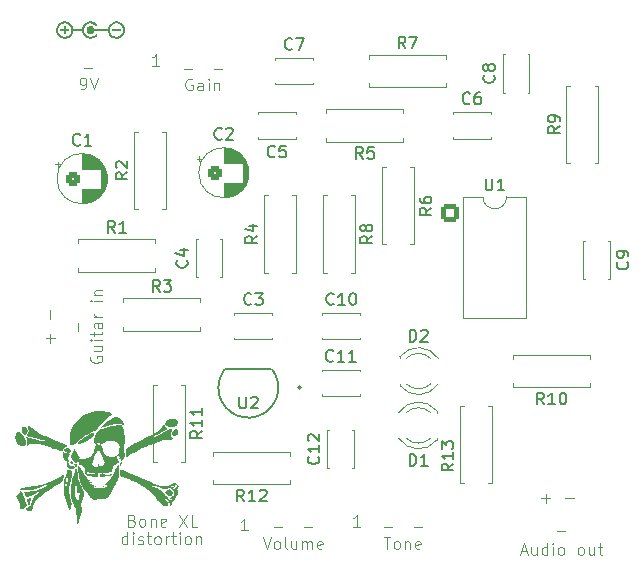
<source format=gbr>
%TF.GenerationSoftware,KiCad,Pcbnew,9.0.3*%
%TF.CreationDate,2025-07-26T23:45:01+02:00*%
%TF.ProjectId,bone_xl_distortion,626f6e65-5f78-46c5-9f64-6973746f7274,v1.0.0*%
%TF.SameCoordinates,Original*%
%TF.FileFunction,Legend,Top*%
%TF.FilePolarity,Positive*%
%FSLAX46Y46*%
G04 Gerber Fmt 4.6, Leading zero omitted, Abs format (unit mm)*
G04 Created by KiCad (PCBNEW 9.0.3) date 2025-07-26 23:45:01*
%MOMM*%
%LPD*%
G01*
G04 APERTURE LIST*
G04 Aperture macros list*
%AMRoundRect*
0 Rectangle with rounded corners*
0 $1 Rounding radius*
0 $2 $3 $4 $5 $6 $7 $8 $9 X,Y pos of 4 corners*
0 Add a 4 corners polygon primitive as box body*
4,1,4,$2,$3,$4,$5,$6,$7,$8,$9,$2,$3,0*
0 Add four circle primitives for the rounded corners*
1,1,$1+$1,$2,$3*
1,1,$1+$1,$4,$5*
1,1,$1+$1,$6,$7*
1,1,$1+$1,$8,$9*
0 Add four rect primitives between the rounded corners*
20,1,$1+$1,$2,$3,$4,$5,0*
20,1,$1+$1,$4,$5,$6,$7,0*
20,1,$1+$1,$6,$7,$8,$9,0*
20,1,$1+$1,$8,$9,$2,$3,0*%
G04 Aperture macros list end*
%ADD10C,0.100000*%
%ADD11C,0.150000*%
%ADD12C,0.000000*%
%ADD13C,0.120000*%
%ADD14C,0.152400*%
%ADD15C,1.800000*%
%ADD16C,1.600000*%
%ADD17RoundRect,0.250000X-0.550000X-0.550000X0.550000X-0.550000X0.550000X0.550000X-0.550000X0.550000X0*%
%ADD18R,1.143000X1.143000*%
%ADD19C,1.143000*%
%ADD20R,1.800000X1.800000*%
%ADD21RoundRect,0.250000X-0.350000X-0.350000X0.350000X-0.350000X0.350000X0.350000X-0.350000X0.350000X0*%
%ADD22C,1.200000*%
%ADD23C,2.100000*%
G04 APERTURE END LIST*
D10*
X168544762Y-112857419D02*
X168878095Y-113857419D01*
X168878095Y-113857419D02*
X169211428Y-112857419D01*
X169687619Y-113857419D02*
X169592381Y-113809800D01*
X169592381Y-113809800D02*
X169544762Y-113762180D01*
X169544762Y-113762180D02*
X169497143Y-113666942D01*
X169497143Y-113666942D02*
X169497143Y-113381228D01*
X169497143Y-113381228D02*
X169544762Y-113285990D01*
X169544762Y-113285990D02*
X169592381Y-113238371D01*
X169592381Y-113238371D02*
X169687619Y-113190752D01*
X169687619Y-113190752D02*
X169830476Y-113190752D01*
X169830476Y-113190752D02*
X169925714Y-113238371D01*
X169925714Y-113238371D02*
X169973333Y-113285990D01*
X169973333Y-113285990D02*
X170020952Y-113381228D01*
X170020952Y-113381228D02*
X170020952Y-113666942D01*
X170020952Y-113666942D02*
X169973333Y-113762180D01*
X169973333Y-113762180D02*
X169925714Y-113809800D01*
X169925714Y-113809800D02*
X169830476Y-113857419D01*
X169830476Y-113857419D02*
X169687619Y-113857419D01*
X170592381Y-113857419D02*
X170497143Y-113809800D01*
X170497143Y-113809800D02*
X170449524Y-113714561D01*
X170449524Y-113714561D02*
X170449524Y-112857419D01*
X171401905Y-113190752D02*
X171401905Y-113857419D01*
X170973334Y-113190752D02*
X170973334Y-113714561D01*
X170973334Y-113714561D02*
X171020953Y-113809800D01*
X171020953Y-113809800D02*
X171116191Y-113857419D01*
X171116191Y-113857419D02*
X171259048Y-113857419D01*
X171259048Y-113857419D02*
X171354286Y-113809800D01*
X171354286Y-113809800D02*
X171401905Y-113762180D01*
X171878096Y-113857419D02*
X171878096Y-113190752D01*
X171878096Y-113285990D02*
X171925715Y-113238371D01*
X171925715Y-113238371D02*
X172020953Y-113190752D01*
X172020953Y-113190752D02*
X172163810Y-113190752D01*
X172163810Y-113190752D02*
X172259048Y-113238371D01*
X172259048Y-113238371D02*
X172306667Y-113333609D01*
X172306667Y-113333609D02*
X172306667Y-113857419D01*
X172306667Y-113333609D02*
X172354286Y-113238371D01*
X172354286Y-113238371D02*
X172449524Y-113190752D01*
X172449524Y-113190752D02*
X172592381Y-113190752D01*
X172592381Y-113190752D02*
X172687620Y-113238371D01*
X172687620Y-113238371D02*
X172735239Y-113333609D01*
X172735239Y-113333609D02*
X172735239Y-113857419D01*
X173592381Y-113809800D02*
X173497143Y-113857419D01*
X173497143Y-113857419D02*
X173306667Y-113857419D01*
X173306667Y-113857419D02*
X173211429Y-113809800D01*
X173211429Y-113809800D02*
X173163810Y-113714561D01*
X173163810Y-113714561D02*
X173163810Y-113333609D01*
X173163810Y-113333609D02*
X173211429Y-113238371D01*
X173211429Y-113238371D02*
X173306667Y-113190752D01*
X173306667Y-113190752D02*
X173497143Y-113190752D01*
X173497143Y-113190752D02*
X173592381Y-113238371D01*
X173592381Y-113238371D02*
X173640000Y-113333609D01*
X173640000Y-113333609D02*
X173640000Y-113428847D01*
X173640000Y-113428847D02*
X173163810Y-113524085D01*
X157095237Y-113457419D02*
X157095237Y-112457419D01*
X157095237Y-113409800D02*
X156999999Y-113457419D01*
X156999999Y-113457419D02*
X156809523Y-113457419D01*
X156809523Y-113457419D02*
X156714285Y-113409800D01*
X156714285Y-113409800D02*
X156666666Y-113362180D01*
X156666666Y-113362180D02*
X156619047Y-113266942D01*
X156619047Y-113266942D02*
X156619047Y-112981228D01*
X156619047Y-112981228D02*
X156666666Y-112885990D01*
X156666666Y-112885990D02*
X156714285Y-112838371D01*
X156714285Y-112838371D02*
X156809523Y-112790752D01*
X156809523Y-112790752D02*
X156999999Y-112790752D01*
X156999999Y-112790752D02*
X157095237Y-112838371D01*
X157571428Y-113457419D02*
X157571428Y-112790752D01*
X157571428Y-112457419D02*
X157523809Y-112505038D01*
X157523809Y-112505038D02*
X157571428Y-112552657D01*
X157571428Y-112552657D02*
X157619047Y-112505038D01*
X157619047Y-112505038D02*
X157571428Y-112457419D01*
X157571428Y-112457419D02*
X157571428Y-112552657D01*
X157999999Y-113409800D02*
X158095237Y-113457419D01*
X158095237Y-113457419D02*
X158285713Y-113457419D01*
X158285713Y-113457419D02*
X158380951Y-113409800D01*
X158380951Y-113409800D02*
X158428570Y-113314561D01*
X158428570Y-113314561D02*
X158428570Y-113266942D01*
X158428570Y-113266942D02*
X158380951Y-113171704D01*
X158380951Y-113171704D02*
X158285713Y-113124085D01*
X158285713Y-113124085D02*
X158142856Y-113124085D01*
X158142856Y-113124085D02*
X158047618Y-113076466D01*
X158047618Y-113076466D02*
X157999999Y-112981228D01*
X157999999Y-112981228D02*
X157999999Y-112933609D01*
X157999999Y-112933609D02*
X158047618Y-112838371D01*
X158047618Y-112838371D02*
X158142856Y-112790752D01*
X158142856Y-112790752D02*
X158285713Y-112790752D01*
X158285713Y-112790752D02*
X158380951Y-112838371D01*
X158714285Y-112790752D02*
X159095237Y-112790752D01*
X158857142Y-112457419D02*
X158857142Y-113314561D01*
X158857142Y-113314561D02*
X158904761Y-113409800D01*
X158904761Y-113409800D02*
X158999999Y-113457419D01*
X158999999Y-113457419D02*
X159095237Y-113457419D01*
X159571428Y-113457419D02*
X159476190Y-113409800D01*
X159476190Y-113409800D02*
X159428571Y-113362180D01*
X159428571Y-113362180D02*
X159380952Y-113266942D01*
X159380952Y-113266942D02*
X159380952Y-112981228D01*
X159380952Y-112981228D02*
X159428571Y-112885990D01*
X159428571Y-112885990D02*
X159476190Y-112838371D01*
X159476190Y-112838371D02*
X159571428Y-112790752D01*
X159571428Y-112790752D02*
X159714285Y-112790752D01*
X159714285Y-112790752D02*
X159809523Y-112838371D01*
X159809523Y-112838371D02*
X159857142Y-112885990D01*
X159857142Y-112885990D02*
X159904761Y-112981228D01*
X159904761Y-112981228D02*
X159904761Y-113266942D01*
X159904761Y-113266942D02*
X159857142Y-113362180D01*
X159857142Y-113362180D02*
X159809523Y-113409800D01*
X159809523Y-113409800D02*
X159714285Y-113457419D01*
X159714285Y-113457419D02*
X159571428Y-113457419D01*
X160333333Y-113457419D02*
X160333333Y-112790752D01*
X160333333Y-112981228D02*
X160380952Y-112885990D01*
X160380952Y-112885990D02*
X160428571Y-112838371D01*
X160428571Y-112838371D02*
X160523809Y-112790752D01*
X160523809Y-112790752D02*
X160619047Y-112790752D01*
X160809524Y-112790752D02*
X161190476Y-112790752D01*
X160952381Y-112457419D02*
X160952381Y-113314561D01*
X160952381Y-113314561D02*
X161000000Y-113409800D01*
X161000000Y-113409800D02*
X161095238Y-113457419D01*
X161095238Y-113457419D02*
X161190476Y-113457419D01*
X161523810Y-113457419D02*
X161523810Y-112790752D01*
X161523810Y-112457419D02*
X161476191Y-112505038D01*
X161476191Y-112505038D02*
X161523810Y-112552657D01*
X161523810Y-112552657D02*
X161571429Y-112505038D01*
X161571429Y-112505038D02*
X161523810Y-112457419D01*
X161523810Y-112457419D02*
X161523810Y-112552657D01*
X162142857Y-113457419D02*
X162047619Y-113409800D01*
X162047619Y-113409800D02*
X162000000Y-113362180D01*
X162000000Y-113362180D02*
X161952381Y-113266942D01*
X161952381Y-113266942D02*
X161952381Y-112981228D01*
X161952381Y-112981228D02*
X162000000Y-112885990D01*
X162000000Y-112885990D02*
X162047619Y-112838371D01*
X162047619Y-112838371D02*
X162142857Y-112790752D01*
X162142857Y-112790752D02*
X162285714Y-112790752D01*
X162285714Y-112790752D02*
X162380952Y-112838371D01*
X162380952Y-112838371D02*
X162428571Y-112885990D01*
X162428571Y-112885990D02*
X162476190Y-112981228D01*
X162476190Y-112981228D02*
X162476190Y-113266942D01*
X162476190Y-113266942D02*
X162428571Y-113362180D01*
X162428571Y-113362180D02*
X162380952Y-113409800D01*
X162380952Y-113409800D02*
X162285714Y-113457419D01*
X162285714Y-113457419D02*
X162142857Y-113457419D01*
X162904762Y-112790752D02*
X162904762Y-113457419D01*
X162904762Y-112885990D02*
X162952381Y-112838371D01*
X162952381Y-112838371D02*
X163047619Y-112790752D01*
X163047619Y-112790752D02*
X163190476Y-112790752D01*
X163190476Y-112790752D02*
X163285714Y-112838371D01*
X163285714Y-112838371D02*
X163333333Y-112933609D01*
X163333333Y-112933609D02*
X163333333Y-113457419D01*
X190395238Y-114071704D02*
X190871428Y-114071704D01*
X190300000Y-114357419D02*
X190633333Y-113357419D01*
X190633333Y-113357419D02*
X190966666Y-114357419D01*
X191728571Y-113690752D02*
X191728571Y-114357419D01*
X191300000Y-113690752D02*
X191300000Y-114214561D01*
X191300000Y-114214561D02*
X191347619Y-114309800D01*
X191347619Y-114309800D02*
X191442857Y-114357419D01*
X191442857Y-114357419D02*
X191585714Y-114357419D01*
X191585714Y-114357419D02*
X191680952Y-114309800D01*
X191680952Y-114309800D02*
X191728571Y-114262180D01*
X192633333Y-114357419D02*
X192633333Y-113357419D01*
X192633333Y-114309800D02*
X192538095Y-114357419D01*
X192538095Y-114357419D02*
X192347619Y-114357419D01*
X192347619Y-114357419D02*
X192252381Y-114309800D01*
X192252381Y-114309800D02*
X192204762Y-114262180D01*
X192204762Y-114262180D02*
X192157143Y-114166942D01*
X192157143Y-114166942D02*
X192157143Y-113881228D01*
X192157143Y-113881228D02*
X192204762Y-113785990D01*
X192204762Y-113785990D02*
X192252381Y-113738371D01*
X192252381Y-113738371D02*
X192347619Y-113690752D01*
X192347619Y-113690752D02*
X192538095Y-113690752D01*
X192538095Y-113690752D02*
X192633333Y-113738371D01*
X193109524Y-114357419D02*
X193109524Y-113690752D01*
X193109524Y-113357419D02*
X193061905Y-113405038D01*
X193061905Y-113405038D02*
X193109524Y-113452657D01*
X193109524Y-113452657D02*
X193157143Y-113405038D01*
X193157143Y-113405038D02*
X193109524Y-113357419D01*
X193109524Y-113357419D02*
X193109524Y-113452657D01*
X193728571Y-114357419D02*
X193633333Y-114309800D01*
X193633333Y-114309800D02*
X193585714Y-114262180D01*
X193585714Y-114262180D02*
X193538095Y-114166942D01*
X193538095Y-114166942D02*
X193538095Y-113881228D01*
X193538095Y-113881228D02*
X193585714Y-113785990D01*
X193585714Y-113785990D02*
X193633333Y-113738371D01*
X193633333Y-113738371D02*
X193728571Y-113690752D01*
X193728571Y-113690752D02*
X193871428Y-113690752D01*
X193871428Y-113690752D02*
X193966666Y-113738371D01*
X193966666Y-113738371D02*
X194014285Y-113785990D01*
X194014285Y-113785990D02*
X194061904Y-113881228D01*
X194061904Y-113881228D02*
X194061904Y-114166942D01*
X194061904Y-114166942D02*
X194014285Y-114262180D01*
X194014285Y-114262180D02*
X193966666Y-114309800D01*
X193966666Y-114309800D02*
X193871428Y-114357419D01*
X193871428Y-114357419D02*
X193728571Y-114357419D01*
X195395238Y-114357419D02*
X195300000Y-114309800D01*
X195300000Y-114309800D02*
X195252381Y-114262180D01*
X195252381Y-114262180D02*
X195204762Y-114166942D01*
X195204762Y-114166942D02*
X195204762Y-113881228D01*
X195204762Y-113881228D02*
X195252381Y-113785990D01*
X195252381Y-113785990D02*
X195300000Y-113738371D01*
X195300000Y-113738371D02*
X195395238Y-113690752D01*
X195395238Y-113690752D02*
X195538095Y-113690752D01*
X195538095Y-113690752D02*
X195633333Y-113738371D01*
X195633333Y-113738371D02*
X195680952Y-113785990D01*
X195680952Y-113785990D02*
X195728571Y-113881228D01*
X195728571Y-113881228D02*
X195728571Y-114166942D01*
X195728571Y-114166942D02*
X195680952Y-114262180D01*
X195680952Y-114262180D02*
X195633333Y-114309800D01*
X195633333Y-114309800D02*
X195538095Y-114357419D01*
X195538095Y-114357419D02*
X195395238Y-114357419D01*
X196585714Y-113690752D02*
X196585714Y-114357419D01*
X196157143Y-113690752D02*
X196157143Y-114214561D01*
X196157143Y-114214561D02*
X196204762Y-114309800D01*
X196204762Y-114309800D02*
X196300000Y-114357419D01*
X196300000Y-114357419D02*
X196442857Y-114357419D01*
X196442857Y-114357419D02*
X196538095Y-114309800D01*
X196538095Y-114309800D02*
X196585714Y-114262180D01*
X196919048Y-113690752D02*
X197300000Y-113690752D01*
X197061905Y-113357419D02*
X197061905Y-114214561D01*
X197061905Y-114214561D02*
X197109524Y-114309800D01*
X197109524Y-114309800D02*
X197204762Y-114357419D01*
X197204762Y-114357419D02*
X197300000Y-114357419D01*
D11*
X173259580Y-106042857D02*
X173307200Y-106090476D01*
X173307200Y-106090476D02*
X173354819Y-106233333D01*
X173354819Y-106233333D02*
X173354819Y-106328571D01*
X173354819Y-106328571D02*
X173307200Y-106471428D01*
X173307200Y-106471428D02*
X173211961Y-106566666D01*
X173211961Y-106566666D02*
X173116723Y-106614285D01*
X173116723Y-106614285D02*
X172926247Y-106661904D01*
X172926247Y-106661904D02*
X172783390Y-106661904D01*
X172783390Y-106661904D02*
X172592914Y-106614285D01*
X172592914Y-106614285D02*
X172497676Y-106566666D01*
X172497676Y-106566666D02*
X172402438Y-106471428D01*
X172402438Y-106471428D02*
X172354819Y-106328571D01*
X172354819Y-106328571D02*
X172354819Y-106233333D01*
X172354819Y-106233333D02*
X172402438Y-106090476D01*
X172402438Y-106090476D02*
X172450057Y-106042857D01*
X173354819Y-105090476D02*
X173354819Y-105661904D01*
X173354819Y-105376190D02*
X172354819Y-105376190D01*
X172354819Y-105376190D02*
X172497676Y-105471428D01*
X172497676Y-105471428D02*
X172592914Y-105566666D01*
X172592914Y-105566666D02*
X172640533Y-105661904D01*
X172450057Y-104709523D02*
X172402438Y-104661904D01*
X172402438Y-104661904D02*
X172354819Y-104566666D01*
X172354819Y-104566666D02*
X172354819Y-104328571D01*
X172354819Y-104328571D02*
X172402438Y-104233333D01*
X172402438Y-104233333D02*
X172450057Y-104185714D01*
X172450057Y-104185714D02*
X172545295Y-104138095D01*
X172545295Y-104138095D02*
X172640533Y-104138095D01*
X172640533Y-104138095D02*
X172783390Y-104185714D01*
X172783390Y-104185714D02*
X173354819Y-104757142D01*
X173354819Y-104757142D02*
X173354819Y-104138095D01*
X187428095Y-82504819D02*
X187428095Y-83314342D01*
X187428095Y-83314342D02*
X187475714Y-83409580D01*
X187475714Y-83409580D02*
X187523333Y-83457200D01*
X187523333Y-83457200D02*
X187618571Y-83504819D01*
X187618571Y-83504819D02*
X187809047Y-83504819D01*
X187809047Y-83504819D02*
X187904285Y-83457200D01*
X187904285Y-83457200D02*
X187951904Y-83409580D01*
X187951904Y-83409580D02*
X187999523Y-83314342D01*
X187999523Y-83314342D02*
X187999523Y-82504819D01*
X188999523Y-83504819D02*
X188428095Y-83504819D01*
X188713809Y-83504819D02*
X188713809Y-82504819D01*
X188713809Y-82504819D02*
X188618571Y-82647676D01*
X188618571Y-82647676D02*
X188523333Y-82742914D01*
X188523333Y-82742914D02*
X188428095Y-82790533D01*
X184684819Y-106642857D02*
X184208628Y-106976190D01*
X184684819Y-107214285D02*
X183684819Y-107214285D01*
X183684819Y-107214285D02*
X183684819Y-106833333D01*
X183684819Y-106833333D02*
X183732438Y-106738095D01*
X183732438Y-106738095D02*
X183780057Y-106690476D01*
X183780057Y-106690476D02*
X183875295Y-106642857D01*
X183875295Y-106642857D02*
X184018152Y-106642857D01*
X184018152Y-106642857D02*
X184113390Y-106690476D01*
X184113390Y-106690476D02*
X184161009Y-106738095D01*
X184161009Y-106738095D02*
X184208628Y-106833333D01*
X184208628Y-106833333D02*
X184208628Y-107214285D01*
X184684819Y-105690476D02*
X184684819Y-106261904D01*
X184684819Y-105976190D02*
X183684819Y-105976190D01*
X183684819Y-105976190D02*
X183827676Y-106071428D01*
X183827676Y-106071428D02*
X183922914Y-106166666D01*
X183922914Y-106166666D02*
X183970533Y-106261904D01*
X183684819Y-105357142D02*
X183684819Y-104738095D01*
X183684819Y-104738095D02*
X184065771Y-105071428D01*
X184065771Y-105071428D02*
X184065771Y-104928571D01*
X184065771Y-104928571D02*
X184113390Y-104833333D01*
X184113390Y-104833333D02*
X184161009Y-104785714D01*
X184161009Y-104785714D02*
X184256247Y-104738095D01*
X184256247Y-104738095D02*
X184494342Y-104738095D01*
X184494342Y-104738095D02*
X184589580Y-104785714D01*
X184589580Y-104785714D02*
X184637200Y-104833333D01*
X184637200Y-104833333D02*
X184684819Y-104928571D01*
X184684819Y-104928571D02*
X184684819Y-105214285D01*
X184684819Y-105214285D02*
X184637200Y-105309523D01*
X184637200Y-105309523D02*
X184589580Y-105357142D01*
X168084819Y-87356666D02*
X167608628Y-87689999D01*
X168084819Y-87928094D02*
X167084819Y-87928094D01*
X167084819Y-87928094D02*
X167084819Y-87547142D01*
X167084819Y-87547142D02*
X167132438Y-87451904D01*
X167132438Y-87451904D02*
X167180057Y-87404285D01*
X167180057Y-87404285D02*
X167275295Y-87356666D01*
X167275295Y-87356666D02*
X167418152Y-87356666D01*
X167418152Y-87356666D02*
X167513390Y-87404285D01*
X167513390Y-87404285D02*
X167561009Y-87451904D01*
X167561009Y-87451904D02*
X167608628Y-87547142D01*
X167608628Y-87547142D02*
X167608628Y-87928094D01*
X167418152Y-86499523D02*
X168084819Y-86499523D01*
X167037200Y-86737618D02*
X167751485Y-86975713D01*
X167751485Y-86975713D02*
X167751485Y-86356666D01*
X188109580Y-73766666D02*
X188157200Y-73814285D01*
X188157200Y-73814285D02*
X188204819Y-73957142D01*
X188204819Y-73957142D02*
X188204819Y-74052380D01*
X188204819Y-74052380D02*
X188157200Y-74195237D01*
X188157200Y-74195237D02*
X188061961Y-74290475D01*
X188061961Y-74290475D02*
X187966723Y-74338094D01*
X187966723Y-74338094D02*
X187776247Y-74385713D01*
X187776247Y-74385713D02*
X187633390Y-74385713D01*
X187633390Y-74385713D02*
X187442914Y-74338094D01*
X187442914Y-74338094D02*
X187347676Y-74290475D01*
X187347676Y-74290475D02*
X187252438Y-74195237D01*
X187252438Y-74195237D02*
X187204819Y-74052380D01*
X187204819Y-74052380D02*
X187204819Y-73957142D01*
X187204819Y-73957142D02*
X187252438Y-73814285D01*
X187252438Y-73814285D02*
X187300057Y-73766666D01*
X187633390Y-73195237D02*
X187585771Y-73290475D01*
X187585771Y-73290475D02*
X187538152Y-73338094D01*
X187538152Y-73338094D02*
X187442914Y-73385713D01*
X187442914Y-73385713D02*
X187395295Y-73385713D01*
X187395295Y-73385713D02*
X187300057Y-73338094D01*
X187300057Y-73338094D02*
X187252438Y-73290475D01*
X187252438Y-73290475D02*
X187204819Y-73195237D01*
X187204819Y-73195237D02*
X187204819Y-73004761D01*
X187204819Y-73004761D02*
X187252438Y-72909523D01*
X187252438Y-72909523D02*
X187300057Y-72861904D01*
X187300057Y-72861904D02*
X187395295Y-72814285D01*
X187395295Y-72814285D02*
X187442914Y-72814285D01*
X187442914Y-72814285D02*
X187538152Y-72861904D01*
X187538152Y-72861904D02*
X187585771Y-72909523D01*
X187585771Y-72909523D02*
X187633390Y-73004761D01*
X187633390Y-73004761D02*
X187633390Y-73195237D01*
X187633390Y-73195237D02*
X187681009Y-73290475D01*
X187681009Y-73290475D02*
X187728628Y-73338094D01*
X187728628Y-73338094D02*
X187823866Y-73385713D01*
X187823866Y-73385713D02*
X188014342Y-73385713D01*
X188014342Y-73385713D02*
X188109580Y-73338094D01*
X188109580Y-73338094D02*
X188157200Y-73290475D01*
X188157200Y-73290475D02*
X188204819Y-73195237D01*
X188204819Y-73195237D02*
X188204819Y-73004761D01*
X188204819Y-73004761D02*
X188157200Y-72909523D01*
X188157200Y-72909523D02*
X188109580Y-72861904D01*
X188109580Y-72861904D02*
X188014342Y-72814285D01*
X188014342Y-72814285D02*
X187823866Y-72814285D01*
X187823866Y-72814285D02*
X187728628Y-72861904D01*
X187728628Y-72861904D02*
X187681009Y-72909523D01*
X187681009Y-72909523D02*
X187633390Y-73004761D01*
X182824819Y-84976666D02*
X182348628Y-85309999D01*
X182824819Y-85548094D02*
X181824819Y-85548094D01*
X181824819Y-85548094D02*
X181824819Y-85167142D01*
X181824819Y-85167142D02*
X181872438Y-85071904D01*
X181872438Y-85071904D02*
X181920057Y-85024285D01*
X181920057Y-85024285D02*
X182015295Y-84976666D01*
X182015295Y-84976666D02*
X182158152Y-84976666D01*
X182158152Y-84976666D02*
X182253390Y-85024285D01*
X182253390Y-85024285D02*
X182301009Y-85071904D01*
X182301009Y-85071904D02*
X182348628Y-85167142D01*
X182348628Y-85167142D02*
X182348628Y-85548094D01*
X181824819Y-84119523D02*
X181824819Y-84309999D01*
X181824819Y-84309999D02*
X181872438Y-84405237D01*
X181872438Y-84405237D02*
X181920057Y-84452856D01*
X181920057Y-84452856D02*
X182062914Y-84548094D01*
X182062914Y-84548094D02*
X182253390Y-84595713D01*
X182253390Y-84595713D02*
X182634342Y-84595713D01*
X182634342Y-84595713D02*
X182729580Y-84548094D01*
X182729580Y-84548094D02*
X182777200Y-84500475D01*
X182777200Y-84500475D02*
X182824819Y-84405237D01*
X182824819Y-84405237D02*
X182824819Y-84214761D01*
X182824819Y-84214761D02*
X182777200Y-84119523D01*
X182777200Y-84119523D02*
X182729580Y-84071904D01*
X182729580Y-84071904D02*
X182634342Y-84024285D01*
X182634342Y-84024285D02*
X182396247Y-84024285D01*
X182396247Y-84024285D02*
X182301009Y-84071904D01*
X182301009Y-84071904D02*
X182253390Y-84119523D01*
X182253390Y-84119523D02*
X182205771Y-84214761D01*
X182205771Y-84214761D02*
X182205771Y-84405237D01*
X182205771Y-84405237D02*
X182253390Y-84500475D01*
X182253390Y-84500475D02*
X182301009Y-84548094D01*
X182301009Y-84548094D02*
X182396247Y-84595713D01*
X166568095Y-100954819D02*
X166568095Y-101764342D01*
X166568095Y-101764342D02*
X166615714Y-101859580D01*
X166615714Y-101859580D02*
X166663333Y-101907200D01*
X166663333Y-101907200D02*
X166758571Y-101954819D01*
X166758571Y-101954819D02*
X166949047Y-101954819D01*
X166949047Y-101954819D02*
X167044285Y-101907200D01*
X167044285Y-101907200D02*
X167091904Y-101859580D01*
X167091904Y-101859580D02*
X167139523Y-101764342D01*
X167139523Y-101764342D02*
X167139523Y-100954819D01*
X167568095Y-101050057D02*
X167615714Y-101002438D01*
X167615714Y-101002438D02*
X167710952Y-100954819D01*
X167710952Y-100954819D02*
X167949047Y-100954819D01*
X167949047Y-100954819D02*
X168044285Y-101002438D01*
X168044285Y-101002438D02*
X168091904Y-101050057D01*
X168091904Y-101050057D02*
X168139523Y-101145295D01*
X168139523Y-101145295D02*
X168139523Y-101240533D01*
X168139523Y-101240533D02*
X168091904Y-101383390D01*
X168091904Y-101383390D02*
X167520476Y-101954819D01*
X167520476Y-101954819D02*
X168139523Y-101954819D01*
X180991905Y-106814819D02*
X180991905Y-105814819D01*
X180991905Y-105814819D02*
X181230000Y-105814819D01*
X181230000Y-105814819D02*
X181372857Y-105862438D01*
X181372857Y-105862438D02*
X181468095Y-105957676D01*
X181468095Y-105957676D02*
X181515714Y-106052914D01*
X181515714Y-106052914D02*
X181563333Y-106243390D01*
X181563333Y-106243390D02*
X181563333Y-106386247D01*
X181563333Y-106386247D02*
X181515714Y-106576723D01*
X181515714Y-106576723D02*
X181468095Y-106671961D01*
X181468095Y-106671961D02*
X181372857Y-106767200D01*
X181372857Y-106767200D02*
X181230000Y-106814819D01*
X181230000Y-106814819D02*
X180991905Y-106814819D01*
X182515714Y-106814819D02*
X181944286Y-106814819D01*
X182230000Y-106814819D02*
X182230000Y-105814819D01*
X182230000Y-105814819D02*
X182134762Y-105957676D01*
X182134762Y-105957676D02*
X182039524Y-106052914D01*
X182039524Y-106052914D02*
X181944286Y-106100533D01*
X157084819Y-81976666D02*
X156608628Y-82309999D01*
X157084819Y-82548094D02*
X156084819Y-82548094D01*
X156084819Y-82548094D02*
X156084819Y-82167142D01*
X156084819Y-82167142D02*
X156132438Y-82071904D01*
X156132438Y-82071904D02*
X156180057Y-82024285D01*
X156180057Y-82024285D02*
X156275295Y-81976666D01*
X156275295Y-81976666D02*
X156418152Y-81976666D01*
X156418152Y-81976666D02*
X156513390Y-82024285D01*
X156513390Y-82024285D02*
X156561009Y-82071904D01*
X156561009Y-82071904D02*
X156608628Y-82167142D01*
X156608628Y-82167142D02*
X156608628Y-82548094D01*
X156180057Y-81595713D02*
X156132438Y-81548094D01*
X156132438Y-81548094D02*
X156084819Y-81452856D01*
X156084819Y-81452856D02*
X156084819Y-81214761D01*
X156084819Y-81214761D02*
X156132438Y-81119523D01*
X156132438Y-81119523D02*
X156180057Y-81071904D01*
X156180057Y-81071904D02*
X156275295Y-81024285D01*
X156275295Y-81024285D02*
X156370533Y-81024285D01*
X156370533Y-81024285D02*
X156513390Y-81071904D01*
X156513390Y-81071904D02*
X157084819Y-81643332D01*
X157084819Y-81643332D02*
X157084819Y-81024285D01*
X169583333Y-80609580D02*
X169535714Y-80657200D01*
X169535714Y-80657200D02*
X169392857Y-80704819D01*
X169392857Y-80704819D02*
X169297619Y-80704819D01*
X169297619Y-80704819D02*
X169154762Y-80657200D01*
X169154762Y-80657200D02*
X169059524Y-80561961D01*
X169059524Y-80561961D02*
X169011905Y-80466723D01*
X169011905Y-80466723D02*
X168964286Y-80276247D01*
X168964286Y-80276247D02*
X168964286Y-80133390D01*
X168964286Y-80133390D02*
X169011905Y-79942914D01*
X169011905Y-79942914D02*
X169059524Y-79847676D01*
X169059524Y-79847676D02*
X169154762Y-79752438D01*
X169154762Y-79752438D02*
X169297619Y-79704819D01*
X169297619Y-79704819D02*
X169392857Y-79704819D01*
X169392857Y-79704819D02*
X169535714Y-79752438D01*
X169535714Y-79752438D02*
X169583333Y-79800057D01*
X170488095Y-79704819D02*
X170011905Y-79704819D01*
X170011905Y-79704819D02*
X169964286Y-80181009D01*
X169964286Y-80181009D02*
X170011905Y-80133390D01*
X170011905Y-80133390D02*
X170107143Y-80085771D01*
X170107143Y-80085771D02*
X170345238Y-80085771D01*
X170345238Y-80085771D02*
X170440476Y-80133390D01*
X170440476Y-80133390D02*
X170488095Y-80181009D01*
X170488095Y-80181009D02*
X170535714Y-80276247D01*
X170535714Y-80276247D02*
X170535714Y-80514342D01*
X170535714Y-80514342D02*
X170488095Y-80609580D01*
X170488095Y-80609580D02*
X170440476Y-80657200D01*
X170440476Y-80657200D02*
X170345238Y-80704819D01*
X170345238Y-80704819D02*
X170107143Y-80704819D01*
X170107143Y-80704819D02*
X170011905Y-80657200D01*
X170011905Y-80657200D02*
X169964286Y-80609580D01*
D10*
X176785714Y-111957419D02*
X176214286Y-111957419D01*
X176500000Y-111957419D02*
X176500000Y-110957419D01*
X176500000Y-110957419D02*
X176404762Y-111100276D01*
X176404762Y-111100276D02*
X176309524Y-111195514D01*
X176309524Y-111195514D02*
X176214286Y-111243133D01*
D11*
X177023333Y-80824819D02*
X176690000Y-80348628D01*
X176451905Y-80824819D02*
X176451905Y-79824819D01*
X176451905Y-79824819D02*
X176832857Y-79824819D01*
X176832857Y-79824819D02*
X176928095Y-79872438D01*
X176928095Y-79872438D02*
X176975714Y-79920057D01*
X176975714Y-79920057D02*
X177023333Y-80015295D01*
X177023333Y-80015295D02*
X177023333Y-80158152D01*
X177023333Y-80158152D02*
X176975714Y-80253390D01*
X176975714Y-80253390D02*
X176928095Y-80301009D01*
X176928095Y-80301009D02*
X176832857Y-80348628D01*
X176832857Y-80348628D02*
X176451905Y-80348628D01*
X177928095Y-79824819D02*
X177451905Y-79824819D01*
X177451905Y-79824819D02*
X177404286Y-80301009D01*
X177404286Y-80301009D02*
X177451905Y-80253390D01*
X177451905Y-80253390D02*
X177547143Y-80205771D01*
X177547143Y-80205771D02*
X177785238Y-80205771D01*
X177785238Y-80205771D02*
X177880476Y-80253390D01*
X177880476Y-80253390D02*
X177928095Y-80301009D01*
X177928095Y-80301009D02*
X177975714Y-80396247D01*
X177975714Y-80396247D02*
X177975714Y-80634342D01*
X177975714Y-80634342D02*
X177928095Y-80729580D01*
X177928095Y-80729580D02*
X177880476Y-80777200D01*
X177880476Y-80777200D02*
X177785238Y-80824819D01*
X177785238Y-80824819D02*
X177547143Y-80824819D01*
X177547143Y-80824819D02*
X177451905Y-80777200D01*
X177451905Y-80777200D02*
X177404286Y-80729580D01*
X165083333Y-79109580D02*
X165035714Y-79157200D01*
X165035714Y-79157200D02*
X164892857Y-79204819D01*
X164892857Y-79204819D02*
X164797619Y-79204819D01*
X164797619Y-79204819D02*
X164654762Y-79157200D01*
X164654762Y-79157200D02*
X164559524Y-79061961D01*
X164559524Y-79061961D02*
X164511905Y-78966723D01*
X164511905Y-78966723D02*
X164464286Y-78776247D01*
X164464286Y-78776247D02*
X164464286Y-78633390D01*
X164464286Y-78633390D02*
X164511905Y-78442914D01*
X164511905Y-78442914D02*
X164559524Y-78347676D01*
X164559524Y-78347676D02*
X164654762Y-78252438D01*
X164654762Y-78252438D02*
X164797619Y-78204819D01*
X164797619Y-78204819D02*
X164892857Y-78204819D01*
X164892857Y-78204819D02*
X165035714Y-78252438D01*
X165035714Y-78252438D02*
X165083333Y-78300057D01*
X165464286Y-78300057D02*
X165511905Y-78252438D01*
X165511905Y-78252438D02*
X165607143Y-78204819D01*
X165607143Y-78204819D02*
X165845238Y-78204819D01*
X165845238Y-78204819D02*
X165940476Y-78252438D01*
X165940476Y-78252438D02*
X165988095Y-78300057D01*
X165988095Y-78300057D02*
X166035714Y-78395295D01*
X166035714Y-78395295D02*
X166035714Y-78490533D01*
X166035714Y-78490533D02*
X165988095Y-78633390D01*
X165988095Y-78633390D02*
X165416667Y-79204819D01*
X165416667Y-79204819D02*
X166035714Y-79204819D01*
D10*
X167285714Y-112282419D02*
X166714286Y-112282419D01*
X167000000Y-112282419D02*
X167000000Y-111282419D01*
X167000000Y-111282419D02*
X166904762Y-111425276D01*
X166904762Y-111425276D02*
X166809524Y-111520514D01*
X166809524Y-111520514D02*
X166714286Y-111568133D01*
D11*
X193684819Y-78066666D02*
X193208628Y-78399999D01*
X193684819Y-78638094D02*
X192684819Y-78638094D01*
X192684819Y-78638094D02*
X192684819Y-78257142D01*
X192684819Y-78257142D02*
X192732438Y-78161904D01*
X192732438Y-78161904D02*
X192780057Y-78114285D01*
X192780057Y-78114285D02*
X192875295Y-78066666D01*
X192875295Y-78066666D02*
X193018152Y-78066666D01*
X193018152Y-78066666D02*
X193113390Y-78114285D01*
X193113390Y-78114285D02*
X193161009Y-78161904D01*
X193161009Y-78161904D02*
X193208628Y-78257142D01*
X193208628Y-78257142D02*
X193208628Y-78638094D01*
X193684819Y-77590475D02*
X193684819Y-77399999D01*
X193684819Y-77399999D02*
X193637200Y-77304761D01*
X193637200Y-77304761D02*
X193589580Y-77257142D01*
X193589580Y-77257142D02*
X193446723Y-77161904D01*
X193446723Y-77161904D02*
X193256247Y-77114285D01*
X193256247Y-77114285D02*
X192875295Y-77114285D01*
X192875295Y-77114285D02*
X192780057Y-77161904D01*
X192780057Y-77161904D02*
X192732438Y-77209523D01*
X192732438Y-77209523D02*
X192684819Y-77304761D01*
X192684819Y-77304761D02*
X192684819Y-77495237D01*
X192684819Y-77495237D02*
X192732438Y-77590475D01*
X192732438Y-77590475D02*
X192780057Y-77638094D01*
X192780057Y-77638094D02*
X192875295Y-77685713D01*
X192875295Y-77685713D02*
X193113390Y-77685713D01*
X193113390Y-77685713D02*
X193208628Y-77638094D01*
X193208628Y-77638094D02*
X193256247Y-77590475D01*
X193256247Y-77590475D02*
X193303866Y-77495237D01*
X193303866Y-77495237D02*
X193303866Y-77304761D01*
X193303866Y-77304761D02*
X193256247Y-77209523D01*
X193256247Y-77209523D02*
X193208628Y-77161904D01*
X193208628Y-77161904D02*
X193113390Y-77114285D01*
D10*
X192119048Y-109576466D02*
X192880953Y-109576466D01*
X192500000Y-109957419D02*
X192500000Y-109195514D01*
X194119048Y-109576466D02*
X194880953Y-109576466D01*
X153150952Y-74957419D02*
X153341428Y-74957419D01*
X153341428Y-74957419D02*
X153436666Y-74909800D01*
X153436666Y-74909800D02*
X153484285Y-74862180D01*
X153484285Y-74862180D02*
X153579523Y-74719323D01*
X153579523Y-74719323D02*
X153627142Y-74528847D01*
X153627142Y-74528847D02*
X153627142Y-74147895D01*
X153627142Y-74147895D02*
X153579523Y-74052657D01*
X153579523Y-74052657D02*
X153531904Y-74005038D01*
X153531904Y-74005038D02*
X153436666Y-73957419D01*
X153436666Y-73957419D02*
X153246190Y-73957419D01*
X153246190Y-73957419D02*
X153150952Y-74005038D01*
X153150952Y-74005038D02*
X153103333Y-74052657D01*
X153103333Y-74052657D02*
X153055714Y-74147895D01*
X153055714Y-74147895D02*
X153055714Y-74385990D01*
X153055714Y-74385990D02*
X153103333Y-74481228D01*
X153103333Y-74481228D02*
X153150952Y-74528847D01*
X153150952Y-74528847D02*
X153246190Y-74576466D01*
X153246190Y-74576466D02*
X153436666Y-74576466D01*
X153436666Y-74576466D02*
X153531904Y-74528847D01*
X153531904Y-74528847D02*
X153579523Y-74481228D01*
X153579523Y-74481228D02*
X153627142Y-74385990D01*
X153912857Y-73957419D02*
X154246190Y-74957419D01*
X154246190Y-74957419D02*
X154579523Y-73957419D01*
D11*
X171033333Y-71509580D02*
X170985714Y-71557200D01*
X170985714Y-71557200D02*
X170842857Y-71604819D01*
X170842857Y-71604819D02*
X170747619Y-71604819D01*
X170747619Y-71604819D02*
X170604762Y-71557200D01*
X170604762Y-71557200D02*
X170509524Y-71461961D01*
X170509524Y-71461961D02*
X170461905Y-71366723D01*
X170461905Y-71366723D02*
X170414286Y-71176247D01*
X170414286Y-71176247D02*
X170414286Y-71033390D01*
X170414286Y-71033390D02*
X170461905Y-70842914D01*
X170461905Y-70842914D02*
X170509524Y-70747676D01*
X170509524Y-70747676D02*
X170604762Y-70652438D01*
X170604762Y-70652438D02*
X170747619Y-70604819D01*
X170747619Y-70604819D02*
X170842857Y-70604819D01*
X170842857Y-70604819D02*
X170985714Y-70652438D01*
X170985714Y-70652438D02*
X171033333Y-70700057D01*
X171366667Y-70604819D02*
X172033333Y-70604819D01*
X172033333Y-70604819D02*
X171604762Y-71604819D01*
D10*
X178780952Y-112857419D02*
X179352380Y-112857419D01*
X179066666Y-113857419D02*
X179066666Y-112857419D01*
X179828571Y-113857419D02*
X179733333Y-113809800D01*
X179733333Y-113809800D02*
X179685714Y-113762180D01*
X179685714Y-113762180D02*
X179638095Y-113666942D01*
X179638095Y-113666942D02*
X179638095Y-113381228D01*
X179638095Y-113381228D02*
X179685714Y-113285990D01*
X179685714Y-113285990D02*
X179733333Y-113238371D01*
X179733333Y-113238371D02*
X179828571Y-113190752D01*
X179828571Y-113190752D02*
X179971428Y-113190752D01*
X179971428Y-113190752D02*
X180066666Y-113238371D01*
X180066666Y-113238371D02*
X180114285Y-113285990D01*
X180114285Y-113285990D02*
X180161904Y-113381228D01*
X180161904Y-113381228D02*
X180161904Y-113666942D01*
X180161904Y-113666942D02*
X180114285Y-113762180D01*
X180114285Y-113762180D02*
X180066666Y-113809800D01*
X180066666Y-113809800D02*
X179971428Y-113857419D01*
X179971428Y-113857419D02*
X179828571Y-113857419D01*
X180590476Y-113190752D02*
X180590476Y-113857419D01*
X180590476Y-113285990D02*
X180638095Y-113238371D01*
X180638095Y-113238371D02*
X180733333Y-113190752D01*
X180733333Y-113190752D02*
X180876190Y-113190752D01*
X180876190Y-113190752D02*
X180971428Y-113238371D01*
X180971428Y-113238371D02*
X181019047Y-113333609D01*
X181019047Y-113333609D02*
X181019047Y-113857419D01*
X181876190Y-113809800D02*
X181780952Y-113857419D01*
X181780952Y-113857419D02*
X181590476Y-113857419D01*
X181590476Y-113857419D02*
X181495238Y-113809800D01*
X181495238Y-113809800D02*
X181447619Y-113714561D01*
X181447619Y-113714561D02*
X181447619Y-113333609D01*
X181447619Y-113333609D02*
X181495238Y-113238371D01*
X181495238Y-113238371D02*
X181590476Y-113190752D01*
X181590476Y-113190752D02*
X181780952Y-113190752D01*
X181780952Y-113190752D02*
X181876190Y-113238371D01*
X181876190Y-113238371D02*
X181923809Y-113333609D01*
X181923809Y-113333609D02*
X181923809Y-113428847D01*
X181923809Y-113428847D02*
X181447619Y-113524085D01*
X162579047Y-74080038D02*
X162483809Y-74032419D01*
X162483809Y-74032419D02*
X162340952Y-74032419D01*
X162340952Y-74032419D02*
X162198095Y-74080038D01*
X162198095Y-74080038D02*
X162102857Y-74175276D01*
X162102857Y-74175276D02*
X162055238Y-74270514D01*
X162055238Y-74270514D02*
X162007619Y-74460990D01*
X162007619Y-74460990D02*
X162007619Y-74603847D01*
X162007619Y-74603847D02*
X162055238Y-74794323D01*
X162055238Y-74794323D02*
X162102857Y-74889561D01*
X162102857Y-74889561D02*
X162198095Y-74984800D01*
X162198095Y-74984800D02*
X162340952Y-75032419D01*
X162340952Y-75032419D02*
X162436190Y-75032419D01*
X162436190Y-75032419D02*
X162579047Y-74984800D01*
X162579047Y-74984800D02*
X162626666Y-74937180D01*
X162626666Y-74937180D02*
X162626666Y-74603847D01*
X162626666Y-74603847D02*
X162436190Y-74603847D01*
X163483809Y-75032419D02*
X163483809Y-74508609D01*
X163483809Y-74508609D02*
X163436190Y-74413371D01*
X163436190Y-74413371D02*
X163340952Y-74365752D01*
X163340952Y-74365752D02*
X163150476Y-74365752D01*
X163150476Y-74365752D02*
X163055238Y-74413371D01*
X163483809Y-74984800D02*
X163388571Y-75032419D01*
X163388571Y-75032419D02*
X163150476Y-75032419D01*
X163150476Y-75032419D02*
X163055238Y-74984800D01*
X163055238Y-74984800D02*
X163007619Y-74889561D01*
X163007619Y-74889561D02*
X163007619Y-74794323D01*
X163007619Y-74794323D02*
X163055238Y-74699085D01*
X163055238Y-74699085D02*
X163150476Y-74651466D01*
X163150476Y-74651466D02*
X163388571Y-74651466D01*
X163388571Y-74651466D02*
X163483809Y-74603847D01*
X163960000Y-75032419D02*
X163960000Y-74365752D01*
X163960000Y-74032419D02*
X163912381Y-74080038D01*
X163912381Y-74080038D02*
X163960000Y-74127657D01*
X163960000Y-74127657D02*
X164007619Y-74080038D01*
X164007619Y-74080038D02*
X163960000Y-74032419D01*
X163960000Y-74032419D02*
X163960000Y-74127657D01*
X164436190Y-74365752D02*
X164436190Y-75032419D01*
X164436190Y-74460990D02*
X164483809Y-74413371D01*
X164483809Y-74413371D02*
X164579047Y-74365752D01*
X164579047Y-74365752D02*
X164721904Y-74365752D01*
X164721904Y-74365752D02*
X164817142Y-74413371D01*
X164817142Y-74413371D02*
X164864761Y-74508609D01*
X164864761Y-74508609D02*
X164864761Y-75032419D01*
D11*
X156023333Y-87084819D02*
X155690000Y-86608628D01*
X155451905Y-87084819D02*
X155451905Y-86084819D01*
X155451905Y-86084819D02*
X155832857Y-86084819D01*
X155832857Y-86084819D02*
X155928095Y-86132438D01*
X155928095Y-86132438D02*
X155975714Y-86180057D01*
X155975714Y-86180057D02*
X156023333Y-86275295D01*
X156023333Y-86275295D02*
X156023333Y-86418152D01*
X156023333Y-86418152D02*
X155975714Y-86513390D01*
X155975714Y-86513390D02*
X155928095Y-86561009D01*
X155928095Y-86561009D02*
X155832857Y-86608628D01*
X155832857Y-86608628D02*
X155451905Y-86608628D01*
X156975714Y-87084819D02*
X156404286Y-87084819D01*
X156690000Y-87084819D02*
X156690000Y-86084819D01*
X156690000Y-86084819D02*
X156594762Y-86227676D01*
X156594762Y-86227676D02*
X156499524Y-86322914D01*
X156499524Y-86322914D02*
X156404286Y-86370533D01*
D10*
X150576466Y-96380951D02*
X150576466Y-95619047D01*
X150957419Y-95999999D02*
X150195514Y-95999999D01*
X150576466Y-94380951D02*
X150576466Y-93619047D01*
D11*
X180991905Y-96294819D02*
X180991905Y-95294819D01*
X180991905Y-95294819D02*
X181230000Y-95294819D01*
X181230000Y-95294819D02*
X181372857Y-95342438D01*
X181372857Y-95342438D02*
X181468095Y-95437676D01*
X181468095Y-95437676D02*
X181515714Y-95532914D01*
X181515714Y-95532914D02*
X181563333Y-95723390D01*
X181563333Y-95723390D02*
X181563333Y-95866247D01*
X181563333Y-95866247D02*
X181515714Y-96056723D01*
X181515714Y-96056723D02*
X181468095Y-96151961D01*
X181468095Y-96151961D02*
X181372857Y-96247200D01*
X181372857Y-96247200D02*
X181230000Y-96294819D01*
X181230000Y-96294819D02*
X180991905Y-96294819D01*
X181944286Y-95390057D02*
X181991905Y-95342438D01*
X181991905Y-95342438D02*
X182087143Y-95294819D01*
X182087143Y-95294819D02*
X182325238Y-95294819D01*
X182325238Y-95294819D02*
X182420476Y-95342438D01*
X182420476Y-95342438D02*
X182468095Y-95390057D01*
X182468095Y-95390057D02*
X182515714Y-95485295D01*
X182515714Y-95485295D02*
X182515714Y-95580533D01*
X182515714Y-95580533D02*
X182468095Y-95723390D01*
X182468095Y-95723390D02*
X181896667Y-96294819D01*
X181896667Y-96294819D02*
X182515714Y-96294819D01*
X192347142Y-101624819D02*
X192013809Y-101148628D01*
X191775714Y-101624819D02*
X191775714Y-100624819D01*
X191775714Y-100624819D02*
X192156666Y-100624819D01*
X192156666Y-100624819D02*
X192251904Y-100672438D01*
X192251904Y-100672438D02*
X192299523Y-100720057D01*
X192299523Y-100720057D02*
X192347142Y-100815295D01*
X192347142Y-100815295D02*
X192347142Y-100958152D01*
X192347142Y-100958152D02*
X192299523Y-101053390D01*
X192299523Y-101053390D02*
X192251904Y-101101009D01*
X192251904Y-101101009D02*
X192156666Y-101148628D01*
X192156666Y-101148628D02*
X191775714Y-101148628D01*
X193299523Y-101624819D02*
X192728095Y-101624819D01*
X193013809Y-101624819D02*
X193013809Y-100624819D01*
X193013809Y-100624819D02*
X192918571Y-100767676D01*
X192918571Y-100767676D02*
X192823333Y-100862914D01*
X192823333Y-100862914D02*
X192728095Y-100910533D01*
X193918571Y-100624819D02*
X194013809Y-100624819D01*
X194013809Y-100624819D02*
X194109047Y-100672438D01*
X194109047Y-100672438D02*
X194156666Y-100720057D01*
X194156666Y-100720057D02*
X194204285Y-100815295D01*
X194204285Y-100815295D02*
X194251904Y-101005771D01*
X194251904Y-101005771D02*
X194251904Y-101243866D01*
X194251904Y-101243866D02*
X194204285Y-101434342D01*
X194204285Y-101434342D02*
X194156666Y-101529580D01*
X194156666Y-101529580D02*
X194109047Y-101577200D01*
X194109047Y-101577200D02*
X194013809Y-101624819D01*
X194013809Y-101624819D02*
X193918571Y-101624819D01*
X193918571Y-101624819D02*
X193823333Y-101577200D01*
X193823333Y-101577200D02*
X193775714Y-101529580D01*
X193775714Y-101529580D02*
X193728095Y-101434342D01*
X193728095Y-101434342D02*
X193680476Y-101243866D01*
X193680476Y-101243866D02*
X193680476Y-101005771D01*
X193680476Y-101005771D02*
X193728095Y-100815295D01*
X193728095Y-100815295D02*
X193775714Y-100720057D01*
X193775714Y-100720057D02*
X193823333Y-100672438D01*
X193823333Y-100672438D02*
X193918571Y-100624819D01*
X167583333Y-93109580D02*
X167535714Y-93157200D01*
X167535714Y-93157200D02*
X167392857Y-93204819D01*
X167392857Y-93204819D02*
X167297619Y-93204819D01*
X167297619Y-93204819D02*
X167154762Y-93157200D01*
X167154762Y-93157200D02*
X167059524Y-93061961D01*
X167059524Y-93061961D02*
X167011905Y-92966723D01*
X167011905Y-92966723D02*
X166964286Y-92776247D01*
X166964286Y-92776247D02*
X166964286Y-92633390D01*
X166964286Y-92633390D02*
X167011905Y-92442914D01*
X167011905Y-92442914D02*
X167059524Y-92347676D01*
X167059524Y-92347676D02*
X167154762Y-92252438D01*
X167154762Y-92252438D02*
X167297619Y-92204819D01*
X167297619Y-92204819D02*
X167392857Y-92204819D01*
X167392857Y-92204819D02*
X167535714Y-92252438D01*
X167535714Y-92252438D02*
X167583333Y-92300057D01*
X167916667Y-92204819D02*
X168535714Y-92204819D01*
X168535714Y-92204819D02*
X168202381Y-92585771D01*
X168202381Y-92585771D02*
X168345238Y-92585771D01*
X168345238Y-92585771D02*
X168440476Y-92633390D01*
X168440476Y-92633390D02*
X168488095Y-92681009D01*
X168488095Y-92681009D02*
X168535714Y-92776247D01*
X168535714Y-92776247D02*
X168535714Y-93014342D01*
X168535714Y-93014342D02*
X168488095Y-93109580D01*
X168488095Y-93109580D02*
X168440476Y-93157200D01*
X168440476Y-93157200D02*
X168345238Y-93204819D01*
X168345238Y-93204819D02*
X168059524Y-93204819D01*
X168059524Y-93204819D02*
X167964286Y-93157200D01*
X167964286Y-93157200D02*
X167916667Y-93109580D01*
X186083333Y-76109580D02*
X186035714Y-76157200D01*
X186035714Y-76157200D02*
X185892857Y-76204819D01*
X185892857Y-76204819D02*
X185797619Y-76204819D01*
X185797619Y-76204819D02*
X185654762Y-76157200D01*
X185654762Y-76157200D02*
X185559524Y-76061961D01*
X185559524Y-76061961D02*
X185511905Y-75966723D01*
X185511905Y-75966723D02*
X185464286Y-75776247D01*
X185464286Y-75776247D02*
X185464286Y-75633390D01*
X185464286Y-75633390D02*
X185511905Y-75442914D01*
X185511905Y-75442914D02*
X185559524Y-75347676D01*
X185559524Y-75347676D02*
X185654762Y-75252438D01*
X185654762Y-75252438D02*
X185797619Y-75204819D01*
X185797619Y-75204819D02*
X185892857Y-75204819D01*
X185892857Y-75204819D02*
X186035714Y-75252438D01*
X186035714Y-75252438D02*
X186083333Y-75300057D01*
X186940476Y-75204819D02*
X186750000Y-75204819D01*
X186750000Y-75204819D02*
X186654762Y-75252438D01*
X186654762Y-75252438D02*
X186607143Y-75300057D01*
X186607143Y-75300057D02*
X186511905Y-75442914D01*
X186511905Y-75442914D02*
X186464286Y-75633390D01*
X186464286Y-75633390D02*
X186464286Y-76014342D01*
X186464286Y-76014342D02*
X186511905Y-76109580D01*
X186511905Y-76109580D02*
X186559524Y-76157200D01*
X186559524Y-76157200D02*
X186654762Y-76204819D01*
X186654762Y-76204819D02*
X186845238Y-76204819D01*
X186845238Y-76204819D02*
X186940476Y-76157200D01*
X186940476Y-76157200D02*
X186988095Y-76109580D01*
X186988095Y-76109580D02*
X187035714Y-76014342D01*
X187035714Y-76014342D02*
X187035714Y-75776247D01*
X187035714Y-75776247D02*
X186988095Y-75681009D01*
X186988095Y-75681009D02*
X186940476Y-75633390D01*
X186940476Y-75633390D02*
X186845238Y-75585771D01*
X186845238Y-75585771D02*
X186654762Y-75585771D01*
X186654762Y-75585771D02*
X186559524Y-75633390D01*
X186559524Y-75633390D02*
X186511905Y-75681009D01*
X186511905Y-75681009D02*
X186464286Y-75776247D01*
X180633333Y-71484819D02*
X180300000Y-71008628D01*
X180061905Y-71484819D02*
X180061905Y-70484819D01*
X180061905Y-70484819D02*
X180442857Y-70484819D01*
X180442857Y-70484819D02*
X180538095Y-70532438D01*
X180538095Y-70532438D02*
X180585714Y-70580057D01*
X180585714Y-70580057D02*
X180633333Y-70675295D01*
X180633333Y-70675295D02*
X180633333Y-70818152D01*
X180633333Y-70818152D02*
X180585714Y-70913390D01*
X180585714Y-70913390D02*
X180538095Y-70961009D01*
X180538095Y-70961009D02*
X180442857Y-71008628D01*
X180442857Y-71008628D02*
X180061905Y-71008628D01*
X180966667Y-70484819D02*
X181633333Y-70484819D01*
X181633333Y-70484819D02*
X181204762Y-71484819D01*
D10*
X157476190Y-111433609D02*
X157619047Y-111481228D01*
X157619047Y-111481228D02*
X157666666Y-111528847D01*
X157666666Y-111528847D02*
X157714285Y-111624085D01*
X157714285Y-111624085D02*
X157714285Y-111766942D01*
X157714285Y-111766942D02*
X157666666Y-111862180D01*
X157666666Y-111862180D02*
X157619047Y-111909800D01*
X157619047Y-111909800D02*
X157523809Y-111957419D01*
X157523809Y-111957419D02*
X157142857Y-111957419D01*
X157142857Y-111957419D02*
X157142857Y-110957419D01*
X157142857Y-110957419D02*
X157476190Y-110957419D01*
X157476190Y-110957419D02*
X157571428Y-111005038D01*
X157571428Y-111005038D02*
X157619047Y-111052657D01*
X157619047Y-111052657D02*
X157666666Y-111147895D01*
X157666666Y-111147895D02*
X157666666Y-111243133D01*
X157666666Y-111243133D02*
X157619047Y-111338371D01*
X157619047Y-111338371D02*
X157571428Y-111385990D01*
X157571428Y-111385990D02*
X157476190Y-111433609D01*
X157476190Y-111433609D02*
X157142857Y-111433609D01*
X158285714Y-111957419D02*
X158190476Y-111909800D01*
X158190476Y-111909800D02*
X158142857Y-111862180D01*
X158142857Y-111862180D02*
X158095238Y-111766942D01*
X158095238Y-111766942D02*
X158095238Y-111481228D01*
X158095238Y-111481228D02*
X158142857Y-111385990D01*
X158142857Y-111385990D02*
X158190476Y-111338371D01*
X158190476Y-111338371D02*
X158285714Y-111290752D01*
X158285714Y-111290752D02*
X158428571Y-111290752D01*
X158428571Y-111290752D02*
X158523809Y-111338371D01*
X158523809Y-111338371D02*
X158571428Y-111385990D01*
X158571428Y-111385990D02*
X158619047Y-111481228D01*
X158619047Y-111481228D02*
X158619047Y-111766942D01*
X158619047Y-111766942D02*
X158571428Y-111862180D01*
X158571428Y-111862180D02*
X158523809Y-111909800D01*
X158523809Y-111909800D02*
X158428571Y-111957419D01*
X158428571Y-111957419D02*
X158285714Y-111957419D01*
X159047619Y-111290752D02*
X159047619Y-111957419D01*
X159047619Y-111385990D02*
X159095238Y-111338371D01*
X159095238Y-111338371D02*
X159190476Y-111290752D01*
X159190476Y-111290752D02*
X159333333Y-111290752D01*
X159333333Y-111290752D02*
X159428571Y-111338371D01*
X159428571Y-111338371D02*
X159476190Y-111433609D01*
X159476190Y-111433609D02*
X159476190Y-111957419D01*
X160333333Y-111909800D02*
X160238095Y-111957419D01*
X160238095Y-111957419D02*
X160047619Y-111957419D01*
X160047619Y-111957419D02*
X159952381Y-111909800D01*
X159952381Y-111909800D02*
X159904762Y-111814561D01*
X159904762Y-111814561D02*
X159904762Y-111433609D01*
X159904762Y-111433609D02*
X159952381Y-111338371D01*
X159952381Y-111338371D02*
X160047619Y-111290752D01*
X160047619Y-111290752D02*
X160238095Y-111290752D01*
X160238095Y-111290752D02*
X160333333Y-111338371D01*
X160333333Y-111338371D02*
X160380952Y-111433609D01*
X160380952Y-111433609D02*
X160380952Y-111528847D01*
X160380952Y-111528847D02*
X159904762Y-111624085D01*
X161476191Y-110957419D02*
X162142857Y-111957419D01*
X162142857Y-110957419D02*
X161476191Y-111957419D01*
X163000000Y-111957419D02*
X162523810Y-111957419D01*
X162523810Y-111957419D02*
X162523810Y-110957419D01*
X154005038Y-97547619D02*
X153957419Y-97642857D01*
X153957419Y-97642857D02*
X153957419Y-97785714D01*
X153957419Y-97785714D02*
X154005038Y-97928571D01*
X154005038Y-97928571D02*
X154100276Y-98023809D01*
X154100276Y-98023809D02*
X154195514Y-98071428D01*
X154195514Y-98071428D02*
X154385990Y-98119047D01*
X154385990Y-98119047D02*
X154528847Y-98119047D01*
X154528847Y-98119047D02*
X154719323Y-98071428D01*
X154719323Y-98071428D02*
X154814561Y-98023809D01*
X154814561Y-98023809D02*
X154909800Y-97928571D01*
X154909800Y-97928571D02*
X154957419Y-97785714D01*
X154957419Y-97785714D02*
X154957419Y-97690476D01*
X154957419Y-97690476D02*
X154909800Y-97547619D01*
X154909800Y-97547619D02*
X154862180Y-97500000D01*
X154862180Y-97500000D02*
X154528847Y-97500000D01*
X154528847Y-97500000D02*
X154528847Y-97690476D01*
X154290752Y-96642857D02*
X154957419Y-96642857D01*
X154290752Y-97071428D02*
X154814561Y-97071428D01*
X154814561Y-97071428D02*
X154909800Y-97023809D01*
X154909800Y-97023809D02*
X154957419Y-96928571D01*
X154957419Y-96928571D02*
X154957419Y-96785714D01*
X154957419Y-96785714D02*
X154909800Y-96690476D01*
X154909800Y-96690476D02*
X154862180Y-96642857D01*
X154957419Y-96166666D02*
X154290752Y-96166666D01*
X153957419Y-96166666D02*
X154005038Y-96214285D01*
X154005038Y-96214285D02*
X154052657Y-96166666D01*
X154052657Y-96166666D02*
X154005038Y-96119047D01*
X154005038Y-96119047D02*
X153957419Y-96166666D01*
X153957419Y-96166666D02*
X154052657Y-96166666D01*
X154290752Y-95833333D02*
X154290752Y-95452381D01*
X153957419Y-95690476D02*
X154814561Y-95690476D01*
X154814561Y-95690476D02*
X154909800Y-95642857D01*
X154909800Y-95642857D02*
X154957419Y-95547619D01*
X154957419Y-95547619D02*
X154957419Y-95452381D01*
X154957419Y-94690476D02*
X154433609Y-94690476D01*
X154433609Y-94690476D02*
X154338371Y-94738095D01*
X154338371Y-94738095D02*
X154290752Y-94833333D01*
X154290752Y-94833333D02*
X154290752Y-95023809D01*
X154290752Y-95023809D02*
X154338371Y-95119047D01*
X154909800Y-94690476D02*
X154957419Y-94785714D01*
X154957419Y-94785714D02*
X154957419Y-95023809D01*
X154957419Y-95023809D02*
X154909800Y-95119047D01*
X154909800Y-95119047D02*
X154814561Y-95166666D01*
X154814561Y-95166666D02*
X154719323Y-95166666D01*
X154719323Y-95166666D02*
X154624085Y-95119047D01*
X154624085Y-95119047D02*
X154576466Y-95023809D01*
X154576466Y-95023809D02*
X154576466Y-94785714D01*
X154576466Y-94785714D02*
X154528847Y-94690476D01*
X154957419Y-94214285D02*
X154290752Y-94214285D01*
X154481228Y-94214285D02*
X154385990Y-94166666D01*
X154385990Y-94166666D02*
X154338371Y-94119047D01*
X154338371Y-94119047D02*
X154290752Y-94023809D01*
X154290752Y-94023809D02*
X154290752Y-93928571D01*
X154957419Y-92833332D02*
X154290752Y-92833332D01*
X153957419Y-92833332D02*
X154005038Y-92880951D01*
X154005038Y-92880951D02*
X154052657Y-92833332D01*
X154052657Y-92833332D02*
X154005038Y-92785713D01*
X154005038Y-92785713D02*
X153957419Y-92833332D01*
X153957419Y-92833332D02*
X154052657Y-92833332D01*
X154290752Y-92357142D02*
X154957419Y-92357142D01*
X154385990Y-92357142D02*
X154338371Y-92309523D01*
X154338371Y-92309523D02*
X154290752Y-92214285D01*
X154290752Y-92214285D02*
X154290752Y-92071428D01*
X154290752Y-92071428D02*
X154338371Y-91976190D01*
X154338371Y-91976190D02*
X154433609Y-91928571D01*
X154433609Y-91928571D02*
X154957419Y-91928571D01*
D11*
X174557142Y-93109580D02*
X174509523Y-93157200D01*
X174509523Y-93157200D02*
X174366666Y-93204819D01*
X174366666Y-93204819D02*
X174271428Y-93204819D01*
X174271428Y-93204819D02*
X174128571Y-93157200D01*
X174128571Y-93157200D02*
X174033333Y-93061961D01*
X174033333Y-93061961D02*
X173985714Y-92966723D01*
X173985714Y-92966723D02*
X173938095Y-92776247D01*
X173938095Y-92776247D02*
X173938095Y-92633390D01*
X173938095Y-92633390D02*
X173985714Y-92442914D01*
X173985714Y-92442914D02*
X174033333Y-92347676D01*
X174033333Y-92347676D02*
X174128571Y-92252438D01*
X174128571Y-92252438D02*
X174271428Y-92204819D01*
X174271428Y-92204819D02*
X174366666Y-92204819D01*
X174366666Y-92204819D02*
X174509523Y-92252438D01*
X174509523Y-92252438D02*
X174557142Y-92300057D01*
X175509523Y-93204819D02*
X174938095Y-93204819D01*
X175223809Y-93204819D02*
X175223809Y-92204819D01*
X175223809Y-92204819D02*
X175128571Y-92347676D01*
X175128571Y-92347676D02*
X175033333Y-92442914D01*
X175033333Y-92442914D02*
X174938095Y-92490533D01*
X176128571Y-92204819D02*
X176223809Y-92204819D01*
X176223809Y-92204819D02*
X176319047Y-92252438D01*
X176319047Y-92252438D02*
X176366666Y-92300057D01*
X176366666Y-92300057D02*
X176414285Y-92395295D01*
X176414285Y-92395295D02*
X176461904Y-92585771D01*
X176461904Y-92585771D02*
X176461904Y-92823866D01*
X176461904Y-92823866D02*
X176414285Y-93014342D01*
X176414285Y-93014342D02*
X176366666Y-93109580D01*
X176366666Y-93109580D02*
X176319047Y-93157200D01*
X176319047Y-93157200D02*
X176223809Y-93204819D01*
X176223809Y-93204819D02*
X176128571Y-93204819D01*
X176128571Y-93204819D02*
X176033333Y-93157200D01*
X176033333Y-93157200D02*
X175985714Y-93109580D01*
X175985714Y-93109580D02*
X175938095Y-93014342D01*
X175938095Y-93014342D02*
X175890476Y-92823866D01*
X175890476Y-92823866D02*
X175890476Y-92585771D01*
X175890476Y-92585771D02*
X175938095Y-92395295D01*
X175938095Y-92395295D02*
X175985714Y-92300057D01*
X175985714Y-92300057D02*
X176033333Y-92252438D01*
X176033333Y-92252438D02*
X176128571Y-92204819D01*
X153083333Y-79609580D02*
X153035714Y-79657200D01*
X153035714Y-79657200D02*
X152892857Y-79704819D01*
X152892857Y-79704819D02*
X152797619Y-79704819D01*
X152797619Y-79704819D02*
X152654762Y-79657200D01*
X152654762Y-79657200D02*
X152559524Y-79561961D01*
X152559524Y-79561961D02*
X152511905Y-79466723D01*
X152511905Y-79466723D02*
X152464286Y-79276247D01*
X152464286Y-79276247D02*
X152464286Y-79133390D01*
X152464286Y-79133390D02*
X152511905Y-78942914D01*
X152511905Y-78942914D02*
X152559524Y-78847676D01*
X152559524Y-78847676D02*
X152654762Y-78752438D01*
X152654762Y-78752438D02*
X152797619Y-78704819D01*
X152797619Y-78704819D02*
X152892857Y-78704819D01*
X152892857Y-78704819D02*
X153035714Y-78752438D01*
X153035714Y-78752438D02*
X153083333Y-78800057D01*
X154035714Y-79704819D02*
X153464286Y-79704819D01*
X153750000Y-79704819D02*
X153750000Y-78704819D01*
X153750000Y-78704819D02*
X153654762Y-78847676D01*
X153654762Y-78847676D02*
X153559524Y-78942914D01*
X153559524Y-78942914D02*
X153464286Y-78990533D01*
X163424819Y-103852857D02*
X162948628Y-104186190D01*
X163424819Y-104424285D02*
X162424819Y-104424285D01*
X162424819Y-104424285D02*
X162424819Y-104043333D01*
X162424819Y-104043333D02*
X162472438Y-103948095D01*
X162472438Y-103948095D02*
X162520057Y-103900476D01*
X162520057Y-103900476D02*
X162615295Y-103852857D01*
X162615295Y-103852857D02*
X162758152Y-103852857D01*
X162758152Y-103852857D02*
X162853390Y-103900476D01*
X162853390Y-103900476D02*
X162901009Y-103948095D01*
X162901009Y-103948095D02*
X162948628Y-104043333D01*
X162948628Y-104043333D02*
X162948628Y-104424285D01*
X163424819Y-102900476D02*
X163424819Y-103471904D01*
X163424819Y-103186190D02*
X162424819Y-103186190D01*
X162424819Y-103186190D02*
X162567676Y-103281428D01*
X162567676Y-103281428D02*
X162662914Y-103376666D01*
X162662914Y-103376666D02*
X162710533Y-103471904D01*
X163424819Y-101948095D02*
X163424819Y-102519523D01*
X163424819Y-102233809D02*
X162424819Y-102233809D01*
X162424819Y-102233809D02*
X162567676Y-102329047D01*
X162567676Y-102329047D02*
X162662914Y-102424285D01*
X162662914Y-102424285D02*
X162710533Y-102519523D01*
X166967142Y-109824819D02*
X166633809Y-109348628D01*
X166395714Y-109824819D02*
X166395714Y-108824819D01*
X166395714Y-108824819D02*
X166776666Y-108824819D01*
X166776666Y-108824819D02*
X166871904Y-108872438D01*
X166871904Y-108872438D02*
X166919523Y-108920057D01*
X166919523Y-108920057D02*
X166967142Y-109015295D01*
X166967142Y-109015295D02*
X166967142Y-109158152D01*
X166967142Y-109158152D02*
X166919523Y-109253390D01*
X166919523Y-109253390D02*
X166871904Y-109301009D01*
X166871904Y-109301009D02*
X166776666Y-109348628D01*
X166776666Y-109348628D02*
X166395714Y-109348628D01*
X167919523Y-109824819D02*
X167348095Y-109824819D01*
X167633809Y-109824819D02*
X167633809Y-108824819D01*
X167633809Y-108824819D02*
X167538571Y-108967676D01*
X167538571Y-108967676D02*
X167443333Y-109062914D01*
X167443333Y-109062914D02*
X167348095Y-109110533D01*
X168300476Y-108920057D02*
X168348095Y-108872438D01*
X168348095Y-108872438D02*
X168443333Y-108824819D01*
X168443333Y-108824819D02*
X168681428Y-108824819D01*
X168681428Y-108824819D02*
X168776666Y-108872438D01*
X168776666Y-108872438D02*
X168824285Y-108920057D01*
X168824285Y-108920057D02*
X168871904Y-109015295D01*
X168871904Y-109015295D02*
X168871904Y-109110533D01*
X168871904Y-109110533D02*
X168824285Y-109253390D01*
X168824285Y-109253390D02*
X168252857Y-109824819D01*
X168252857Y-109824819D02*
X168871904Y-109824819D01*
X199409580Y-89566666D02*
X199457200Y-89614285D01*
X199457200Y-89614285D02*
X199504819Y-89757142D01*
X199504819Y-89757142D02*
X199504819Y-89852380D01*
X199504819Y-89852380D02*
X199457200Y-89995237D01*
X199457200Y-89995237D02*
X199361961Y-90090475D01*
X199361961Y-90090475D02*
X199266723Y-90138094D01*
X199266723Y-90138094D02*
X199076247Y-90185713D01*
X199076247Y-90185713D02*
X198933390Y-90185713D01*
X198933390Y-90185713D02*
X198742914Y-90138094D01*
X198742914Y-90138094D02*
X198647676Y-90090475D01*
X198647676Y-90090475D02*
X198552438Y-89995237D01*
X198552438Y-89995237D02*
X198504819Y-89852380D01*
X198504819Y-89852380D02*
X198504819Y-89757142D01*
X198504819Y-89757142D02*
X198552438Y-89614285D01*
X198552438Y-89614285D02*
X198600057Y-89566666D01*
X199504819Y-89090475D02*
X199504819Y-88899999D01*
X199504819Y-88899999D02*
X199457200Y-88804761D01*
X199457200Y-88804761D02*
X199409580Y-88757142D01*
X199409580Y-88757142D02*
X199266723Y-88661904D01*
X199266723Y-88661904D02*
X199076247Y-88614285D01*
X199076247Y-88614285D02*
X198695295Y-88614285D01*
X198695295Y-88614285D02*
X198600057Y-88661904D01*
X198600057Y-88661904D02*
X198552438Y-88709523D01*
X198552438Y-88709523D02*
X198504819Y-88804761D01*
X198504819Y-88804761D02*
X198504819Y-88995237D01*
X198504819Y-88995237D02*
X198552438Y-89090475D01*
X198552438Y-89090475D02*
X198600057Y-89138094D01*
X198600057Y-89138094D02*
X198695295Y-89185713D01*
X198695295Y-89185713D02*
X198933390Y-89185713D01*
X198933390Y-89185713D02*
X199028628Y-89138094D01*
X199028628Y-89138094D02*
X199076247Y-89090475D01*
X199076247Y-89090475D02*
X199123866Y-88995237D01*
X199123866Y-88995237D02*
X199123866Y-88804761D01*
X199123866Y-88804761D02*
X199076247Y-88709523D01*
X199076247Y-88709523D02*
X199028628Y-88661904D01*
X199028628Y-88661904D02*
X198933390Y-88614285D01*
D10*
X159785714Y-72957419D02*
X159214286Y-72957419D01*
X159500000Y-72957419D02*
X159500000Y-71957419D01*
X159500000Y-71957419D02*
X159404762Y-72100276D01*
X159404762Y-72100276D02*
X159309524Y-72195514D01*
X159309524Y-72195514D02*
X159214286Y-72243133D01*
D11*
X159833333Y-92084819D02*
X159500000Y-91608628D01*
X159261905Y-92084819D02*
X159261905Y-91084819D01*
X159261905Y-91084819D02*
X159642857Y-91084819D01*
X159642857Y-91084819D02*
X159738095Y-91132438D01*
X159738095Y-91132438D02*
X159785714Y-91180057D01*
X159785714Y-91180057D02*
X159833333Y-91275295D01*
X159833333Y-91275295D02*
X159833333Y-91418152D01*
X159833333Y-91418152D02*
X159785714Y-91513390D01*
X159785714Y-91513390D02*
X159738095Y-91561009D01*
X159738095Y-91561009D02*
X159642857Y-91608628D01*
X159642857Y-91608628D02*
X159261905Y-91608628D01*
X160166667Y-91084819D02*
X160785714Y-91084819D01*
X160785714Y-91084819D02*
X160452381Y-91465771D01*
X160452381Y-91465771D02*
X160595238Y-91465771D01*
X160595238Y-91465771D02*
X160690476Y-91513390D01*
X160690476Y-91513390D02*
X160738095Y-91561009D01*
X160738095Y-91561009D02*
X160785714Y-91656247D01*
X160785714Y-91656247D02*
X160785714Y-91894342D01*
X160785714Y-91894342D02*
X160738095Y-91989580D01*
X160738095Y-91989580D02*
X160690476Y-92037200D01*
X160690476Y-92037200D02*
X160595238Y-92084819D01*
X160595238Y-92084819D02*
X160309524Y-92084819D01*
X160309524Y-92084819D02*
X160214286Y-92037200D01*
X160214286Y-92037200D02*
X160166667Y-91989580D01*
X177824819Y-87356666D02*
X177348628Y-87689999D01*
X177824819Y-87928094D02*
X176824819Y-87928094D01*
X176824819Y-87928094D02*
X176824819Y-87547142D01*
X176824819Y-87547142D02*
X176872438Y-87451904D01*
X176872438Y-87451904D02*
X176920057Y-87404285D01*
X176920057Y-87404285D02*
X177015295Y-87356666D01*
X177015295Y-87356666D02*
X177158152Y-87356666D01*
X177158152Y-87356666D02*
X177253390Y-87404285D01*
X177253390Y-87404285D02*
X177301009Y-87451904D01*
X177301009Y-87451904D02*
X177348628Y-87547142D01*
X177348628Y-87547142D02*
X177348628Y-87928094D01*
X177253390Y-86785237D02*
X177205771Y-86880475D01*
X177205771Y-86880475D02*
X177158152Y-86928094D01*
X177158152Y-86928094D02*
X177062914Y-86975713D01*
X177062914Y-86975713D02*
X177015295Y-86975713D01*
X177015295Y-86975713D02*
X176920057Y-86928094D01*
X176920057Y-86928094D02*
X176872438Y-86880475D01*
X176872438Y-86880475D02*
X176824819Y-86785237D01*
X176824819Y-86785237D02*
X176824819Y-86594761D01*
X176824819Y-86594761D02*
X176872438Y-86499523D01*
X176872438Y-86499523D02*
X176920057Y-86451904D01*
X176920057Y-86451904D02*
X177015295Y-86404285D01*
X177015295Y-86404285D02*
X177062914Y-86404285D01*
X177062914Y-86404285D02*
X177158152Y-86451904D01*
X177158152Y-86451904D02*
X177205771Y-86499523D01*
X177205771Y-86499523D02*
X177253390Y-86594761D01*
X177253390Y-86594761D02*
X177253390Y-86785237D01*
X177253390Y-86785237D02*
X177301009Y-86880475D01*
X177301009Y-86880475D02*
X177348628Y-86928094D01*
X177348628Y-86928094D02*
X177443866Y-86975713D01*
X177443866Y-86975713D02*
X177634342Y-86975713D01*
X177634342Y-86975713D02*
X177729580Y-86928094D01*
X177729580Y-86928094D02*
X177777200Y-86880475D01*
X177777200Y-86880475D02*
X177824819Y-86785237D01*
X177824819Y-86785237D02*
X177824819Y-86594761D01*
X177824819Y-86594761D02*
X177777200Y-86499523D01*
X177777200Y-86499523D02*
X177729580Y-86451904D01*
X177729580Y-86451904D02*
X177634342Y-86404285D01*
X177634342Y-86404285D02*
X177443866Y-86404285D01*
X177443866Y-86404285D02*
X177348628Y-86451904D01*
X177348628Y-86451904D02*
X177301009Y-86499523D01*
X177301009Y-86499523D02*
X177253390Y-86594761D01*
X174507142Y-97909580D02*
X174459523Y-97957200D01*
X174459523Y-97957200D02*
X174316666Y-98004819D01*
X174316666Y-98004819D02*
X174221428Y-98004819D01*
X174221428Y-98004819D02*
X174078571Y-97957200D01*
X174078571Y-97957200D02*
X173983333Y-97861961D01*
X173983333Y-97861961D02*
X173935714Y-97766723D01*
X173935714Y-97766723D02*
X173888095Y-97576247D01*
X173888095Y-97576247D02*
X173888095Y-97433390D01*
X173888095Y-97433390D02*
X173935714Y-97242914D01*
X173935714Y-97242914D02*
X173983333Y-97147676D01*
X173983333Y-97147676D02*
X174078571Y-97052438D01*
X174078571Y-97052438D02*
X174221428Y-97004819D01*
X174221428Y-97004819D02*
X174316666Y-97004819D01*
X174316666Y-97004819D02*
X174459523Y-97052438D01*
X174459523Y-97052438D02*
X174507142Y-97100057D01*
X175459523Y-98004819D02*
X174888095Y-98004819D01*
X175173809Y-98004819D02*
X175173809Y-97004819D01*
X175173809Y-97004819D02*
X175078571Y-97147676D01*
X175078571Y-97147676D02*
X174983333Y-97242914D01*
X174983333Y-97242914D02*
X174888095Y-97290533D01*
X176411904Y-98004819D02*
X175840476Y-98004819D01*
X176126190Y-98004819D02*
X176126190Y-97004819D01*
X176126190Y-97004819D02*
X176030952Y-97147676D01*
X176030952Y-97147676D02*
X175935714Y-97242914D01*
X175935714Y-97242914D02*
X175840476Y-97290533D01*
X162109580Y-89416666D02*
X162157200Y-89464285D01*
X162157200Y-89464285D02*
X162204819Y-89607142D01*
X162204819Y-89607142D02*
X162204819Y-89702380D01*
X162204819Y-89702380D02*
X162157200Y-89845237D01*
X162157200Y-89845237D02*
X162061961Y-89940475D01*
X162061961Y-89940475D02*
X161966723Y-89988094D01*
X161966723Y-89988094D02*
X161776247Y-90035713D01*
X161776247Y-90035713D02*
X161633390Y-90035713D01*
X161633390Y-90035713D02*
X161442914Y-89988094D01*
X161442914Y-89988094D02*
X161347676Y-89940475D01*
X161347676Y-89940475D02*
X161252438Y-89845237D01*
X161252438Y-89845237D02*
X161204819Y-89702380D01*
X161204819Y-89702380D02*
X161204819Y-89607142D01*
X161204819Y-89607142D02*
X161252438Y-89464285D01*
X161252438Y-89464285D02*
X161300057Y-89416666D01*
X161538152Y-88559523D02*
X162204819Y-88559523D01*
X161157200Y-88797618D02*
X161871485Y-89035713D01*
X161871485Y-89035713D02*
X161871485Y-88416666D01*
D12*
%TO.C,G\u002A\u002A\u002A*%
G36*
X151560288Y-68712642D02*
G01*
X151555466Y-68717463D01*
X151550644Y-68712642D01*
X151555466Y-68707820D01*
X151560288Y-68712642D01*
G37*
G36*
X151560288Y-71123424D02*
G01*
X151555466Y-71128245D01*
X151550644Y-71123424D01*
X151555466Y-71118602D01*
X151560288Y-71123424D01*
G37*
G36*
X152775322Y-68712642D02*
G01*
X152770500Y-68717463D01*
X152765679Y-68712642D01*
X152770500Y-68707820D01*
X152775322Y-68712642D01*
G37*
G36*
X152775322Y-71123424D02*
G01*
X152770500Y-71128245D01*
X152765679Y-71123424D01*
X152770500Y-71118602D01*
X152775322Y-71123424D01*
G37*
G36*
X155186104Y-68712642D02*
G01*
X155181282Y-68717463D01*
X155176461Y-68712642D01*
X155181282Y-68707820D01*
X155186104Y-68712642D01*
G37*
G36*
X155186104Y-71123424D02*
G01*
X155181282Y-71128245D01*
X155176461Y-71123424D01*
X155181282Y-71118602D01*
X155186104Y-71123424D01*
G37*
G36*
X156401138Y-68712642D02*
G01*
X156396316Y-68717463D01*
X156391495Y-68712642D01*
X156396316Y-68707820D01*
X156401138Y-68712642D01*
G37*
G36*
X156401138Y-71123424D02*
G01*
X156396316Y-71128245D01*
X156391495Y-71123424D01*
X156396316Y-71118602D01*
X156401138Y-71123424D01*
G37*
G36*
X153992950Y-68711138D02*
G01*
X153993271Y-68714304D01*
X153978175Y-68715596D01*
X153975891Y-68715583D01*
X153960935Y-68714193D01*
X153962363Y-68711258D01*
X153964021Y-68710781D01*
X153985027Y-68709369D01*
X153992950Y-68711138D01*
G37*
G36*
X153992950Y-71121920D02*
G01*
X153993271Y-71125086D01*
X153978175Y-71126379D01*
X153975891Y-71126365D01*
X153960935Y-71124975D01*
X153962363Y-71122040D01*
X153964021Y-71121563D01*
X153985027Y-71120151D01*
X153992950Y-71121920D01*
G37*
G36*
X156536142Y-69918033D02*
G01*
X156536142Y-69999999D01*
X156164881Y-69999999D01*
X155793621Y-69999999D01*
X155793621Y-69918033D01*
X155793621Y-69836066D01*
X156164881Y-69836066D01*
X156536142Y-69836066D01*
X156536142Y-69918033D01*
G37*
G36*
X157477787Y-68514171D02*
G01*
X157478355Y-68533704D01*
X157478748Y-68556579D01*
X157479545Y-68633173D01*
X157479896Y-68719885D01*
X157479802Y-68808508D01*
X157479263Y-68890838D01*
X157478743Y-68932661D01*
X157478147Y-68963108D01*
X157477594Y-68975168D01*
X157477097Y-68969740D01*
X157476669Y-68947722D01*
X157476324Y-68910014D01*
X157476075Y-68857516D01*
X157475936Y-68791125D01*
X157475910Y-68741571D01*
X157475974Y-68666978D01*
X157476155Y-68605907D01*
X157476441Y-68559225D01*
X157476816Y-68527797D01*
X157477270Y-68512491D01*
X157477787Y-68514171D01*
G37*
G36*
X151868868Y-69691419D02*
G01*
X151868868Y-69836066D01*
X152013515Y-69836066D01*
X152158162Y-69836066D01*
X152158162Y-69918033D01*
X152158162Y-69999999D01*
X152013515Y-69999999D01*
X151868868Y-69999999D01*
X151868868Y-70144646D01*
X151868868Y-70289293D01*
X151791723Y-70289293D01*
X151714578Y-70289293D01*
X151714578Y-70144646D01*
X151714578Y-69999999D01*
X151565109Y-69999999D01*
X151415641Y-69999999D01*
X151415641Y-69918033D01*
X151415641Y-69836066D01*
X151565109Y-69836066D01*
X151714578Y-69836066D01*
X151714578Y-69691419D01*
X151714578Y-69546772D01*
X151791723Y-69546772D01*
X151868868Y-69546772D01*
X151868868Y-69691419D01*
G37*
G36*
X156285420Y-69199405D02*
G01*
X156344413Y-69210839D01*
X156392615Y-69223737D01*
X156438481Y-69240810D01*
X156490465Y-69264770D01*
X156492748Y-69265889D01*
X156572938Y-69309452D01*
X156638749Y-69355514D01*
X156695025Y-69408178D01*
X156746605Y-69471548D01*
X156763124Y-69495072D01*
X156818739Y-69589378D01*
X156857914Y-69686109D01*
X156881465Y-69788394D01*
X156890209Y-69899365D01*
X156888457Y-69975593D01*
X156884831Y-70028909D01*
X156880015Y-70069873D01*
X156872554Y-70105416D01*
X156860987Y-70142470D01*
X156843856Y-70187967D01*
X156843671Y-70188437D01*
X156792097Y-70294859D01*
X156725780Y-70388865D01*
X156644840Y-70470324D01*
X156549400Y-70539109D01*
X156476422Y-70578509D01*
X156366812Y-70621586D01*
X156257333Y-70645667D01*
X156146381Y-70650961D01*
X156032349Y-70637681D01*
X156029878Y-70637198D01*
X155911682Y-70604976D01*
X155804055Y-70557276D01*
X155707896Y-70494757D01*
X155624104Y-70418079D01*
X155553575Y-70327905D01*
X155512420Y-70256792D01*
X155492553Y-70212980D01*
X155473423Y-70162868D01*
X155456733Y-70111842D01*
X155444186Y-70065290D01*
X155437486Y-70028598D01*
X155436825Y-70017743D01*
X155436160Y-70014018D01*
X155433196Y-70010853D01*
X155426483Y-70008204D01*
X155414569Y-70006024D01*
X155396002Y-70004268D01*
X155369332Y-70002890D01*
X155333107Y-70001844D01*
X155285876Y-70001086D01*
X155226187Y-70000569D01*
X155152589Y-70000247D01*
X155063630Y-70000076D01*
X154957860Y-70000008D01*
X154872400Y-69999999D01*
X154753686Y-70000027D01*
X154652798Y-70000140D01*
X154568277Y-70000380D01*
X154498661Y-70000791D01*
X154442491Y-70001417D01*
X154398307Y-70002300D01*
X154364648Y-70003484D01*
X154340055Y-70005012D01*
X154323067Y-70006927D01*
X154312224Y-70009273D01*
X154306067Y-70012092D01*
X154303134Y-70015429D01*
X154302551Y-70016875D01*
X154274109Y-70086115D01*
X154236452Y-70141137D01*
X154186264Y-70185733D01*
X154122652Y-70222528D01*
X154070826Y-70244967D01*
X154025645Y-70257233D01*
X153980469Y-70259969D01*
X153928660Y-70253818D01*
X153887888Y-70245268D01*
X153844543Y-70234400D01*
X153813299Y-70223342D01*
X153787281Y-70208453D01*
X153759616Y-70186088D01*
X153736908Y-70165271D01*
X153686828Y-70107485D01*
X153653739Y-70042921D01*
X153636975Y-69969778D01*
X153635775Y-69903941D01*
X155600758Y-69903941D01*
X155604297Y-69991279D01*
X155616111Y-70065857D01*
X155637997Y-70133079D01*
X155671751Y-70198351D01*
X155719170Y-70267079D01*
X155723225Y-70272390D01*
X155787696Y-70340979D01*
X155864908Y-70397197D01*
X155952000Y-70440008D01*
X156046110Y-70468378D01*
X156144378Y-70481272D01*
X156243941Y-70477655D01*
X156276872Y-70472611D01*
X156308804Y-70463953D01*
X156350771Y-70448768D01*
X156395830Y-70429677D01*
X156416682Y-70419815D01*
X156503952Y-70366496D01*
X156578132Y-70299256D01*
X156638455Y-70219003D01*
X156684158Y-70126650D01*
X156699151Y-70083361D01*
X156715314Y-70005764D01*
X156720497Y-69919686D01*
X156714781Y-69832441D01*
X156698249Y-69751346D01*
X156695315Y-69741657D01*
X156655614Y-69646866D01*
X156600354Y-69562663D01*
X156530841Y-69490276D01*
X156448381Y-69430936D01*
X156354282Y-69385874D01*
X156298312Y-69367696D01*
X156261354Y-69359520D01*
X156221602Y-69355379D01*
X156172884Y-69354839D01*
X156134379Y-69356173D01*
X156049824Y-69364023D01*
X155976737Y-69380485D01*
X155910360Y-69407608D01*
X155845941Y-69447442D01*
X155778723Y-69502038D01*
X155763072Y-69516247D01*
X155699137Y-69588093D01*
X155650536Y-69670806D01*
X155617988Y-69762667D01*
X155602212Y-69861961D01*
X155600758Y-69903941D01*
X153635775Y-69903941D01*
X153635540Y-69891060D01*
X153640116Y-69847848D01*
X153649255Y-69811461D01*
X153665635Y-69772788D01*
X153676694Y-69751045D01*
X153702473Y-69707999D01*
X153730049Y-69671823D01*
X153749828Y-69652411D01*
X153816991Y-69611093D01*
X153891699Y-69585954D01*
X153970528Y-69577309D01*
X154050055Y-69585474D01*
X154126857Y-69610763D01*
X154138997Y-69616587D01*
X154176215Y-69641017D01*
X154214931Y-69675752D01*
X154250521Y-69715658D01*
X154278360Y-69755595D01*
X154293110Y-69787802D01*
X154305776Y-69831244D01*
X154869408Y-69833732D01*
X155433039Y-69836219D01*
X155444820Y-69766106D01*
X155463417Y-69694422D01*
X155494742Y-69616828D01*
X155535844Y-69538646D01*
X155583774Y-69465197D01*
X155635581Y-69401805D01*
X155660547Y-69376891D01*
X155751896Y-69305482D01*
X155852408Y-69250484D01*
X155960361Y-69212386D01*
X156074035Y-69191676D01*
X156191708Y-69188844D01*
X156285420Y-69199405D01*
G37*
G36*
X154019859Y-69189322D02*
G01*
X154060638Y-69194698D01*
X154067501Y-69195716D01*
X154169304Y-69215613D01*
X154256474Y-69243099D01*
X154332560Y-69279327D01*
X154342330Y-69285043D01*
X154398400Y-69322580D01*
X154454050Y-69366819D01*
X154503918Y-69413094D01*
X154542639Y-69456739D01*
X154548052Y-69464012D01*
X154579646Y-69508006D01*
X154545366Y-69524354D01*
X154523595Y-69536355D01*
X154511786Y-69546016D01*
X154511085Y-69547772D01*
X154503653Y-69556839D01*
X154485143Y-69570722D01*
X154478376Y-69575057D01*
X154445668Y-69595272D01*
X154379534Y-69526759D01*
X154301515Y-69458160D01*
X154216475Y-69407159D01*
X154123409Y-69373342D01*
X154021314Y-69356291D01*
X153961824Y-69353910D01*
X153900031Y-69357233D01*
X153842139Y-69368237D01*
X153783275Y-69388470D01*
X153718564Y-69419480D01*
X153670487Y-69446484D01*
X153592714Y-69502972D01*
X153527260Y-69573040D01*
X153475311Y-69654523D01*
X153438053Y-69745252D01*
X153416672Y-69843061D01*
X153411768Y-69919280D01*
X153418847Y-70014782D01*
X153440894Y-70101448D01*
X153479123Y-70183963D01*
X153481468Y-70188040D01*
X153519862Y-70249901D01*
X153556356Y-70298154D01*
X153595148Y-70337490D01*
X153640435Y-70372599D01*
X153656055Y-70383100D01*
X153716928Y-70420578D01*
X153770088Y-70446907D01*
X153821889Y-70464130D01*
X153878684Y-70474292D01*
X153946825Y-70479438D01*
X153956605Y-70479836D01*
X154007350Y-70481411D01*
X154044232Y-70481224D01*
X154072639Y-70478659D01*
X154097960Y-70473098D01*
X154125585Y-70463925D01*
X154138821Y-70458979D01*
X154207454Y-70428943D01*
X154273222Y-70392779D01*
X154332282Y-70353104D01*
X154380790Y-70312532D01*
X154414902Y-70273678D01*
X154417932Y-70269119D01*
X154429605Y-70254134D01*
X154442139Y-70248539D01*
X154458924Y-70253242D01*
X154483351Y-70269150D01*
X154516900Y-70295614D01*
X154541320Y-70313876D01*
X154560828Y-70325566D01*
X154567865Y-70327866D01*
X154574269Y-70333232D01*
X154566676Y-70349632D01*
X154544794Y-70377520D01*
X154514349Y-70411010D01*
X154435484Y-70485136D01*
X154352140Y-70543871D01*
X154259558Y-70590141D01*
X154172913Y-70620986D01*
X154129789Y-70632993D01*
X154090996Y-70640549D01*
X154049384Y-70644583D01*
X153997805Y-70646024D01*
X153979555Y-70646089D01*
X153921523Y-70644695D01*
X153870066Y-70640823D01*
X153830599Y-70634934D01*
X153820941Y-70632573D01*
X153784889Y-70623140D01*
X153749906Y-70615246D01*
X153738610Y-70613110D01*
X153709380Y-70604127D01*
X153675575Y-70588272D01*
X153661465Y-70579947D01*
X153626945Y-70558517D01*
X153587854Y-70535292D01*
X153570880Y-70525563D01*
X153542458Y-70506364D01*
X153506871Y-70477784D01*
X153469979Y-70444665D01*
X153453652Y-70428703D01*
X153419584Y-70392448D01*
X153392218Y-70358060D01*
X153367511Y-70319658D01*
X153341421Y-70271358D01*
X153330417Y-70249417D01*
X153307296Y-70199628D01*
X153285928Y-70148141D01*
X153268886Y-70101477D01*
X153259604Y-70069980D01*
X153243014Y-70000135D01*
X152879669Y-70000067D01*
X152516325Y-69999999D01*
X152505382Y-70055447D01*
X152473529Y-70174950D01*
X152427750Y-70281135D01*
X152368002Y-70374067D01*
X152294246Y-70453812D01*
X152222529Y-70509919D01*
X152147869Y-70557108D01*
X152080169Y-70592075D01*
X152013540Y-70616987D01*
X151942096Y-70634005D01*
X151859948Y-70645295D01*
X151852101Y-70646078D01*
X151811569Y-70649890D01*
X151778743Y-70652731D01*
X151758007Y-70654236D01*
X151753150Y-70654338D01*
X151741709Y-70652440D01*
X151717298Y-70648492D01*
X151695291Y-70644964D01*
X151570996Y-70616043D01*
X151454695Y-70570638D01*
X151348434Y-70509595D01*
X151321003Y-70489999D01*
X151268637Y-70442390D01*
X151216998Y-70380091D01*
X151168787Y-70307599D01*
X151126707Y-70229409D01*
X151093463Y-70150017D01*
X151072258Y-70076312D01*
X151062722Y-70007381D01*
X151060012Y-69928624D01*
X151060978Y-69907768D01*
X151226966Y-69907768D01*
X151233227Y-70005501D01*
X151254161Y-70099660D01*
X151288976Y-70185834D01*
X151310313Y-70222955D01*
X151347518Y-70271179D01*
X151396306Y-70320340D01*
X151452080Y-70366869D01*
X151510242Y-70407194D01*
X151566194Y-70437745D01*
X151606176Y-70452722D01*
X151707035Y-70473907D01*
X151802144Y-70481200D01*
X151888498Y-70474458D01*
X151921286Y-70467447D01*
X151990589Y-70443203D01*
X152061154Y-70407513D01*
X152128930Y-70363333D01*
X152189864Y-70313617D01*
X152239905Y-70261323D01*
X152274999Y-70209408D01*
X152309679Y-70132702D01*
X152334709Y-70056650D01*
X152348617Y-69986296D01*
X152351011Y-69948715D01*
X152343930Y-69837307D01*
X152322285Y-69737784D01*
X152285403Y-69648652D01*
X152232612Y-69568418D01*
X152163240Y-69495589D01*
X152136978Y-69473237D01*
X152068345Y-69424448D01*
X151998993Y-69390362D01*
X151924230Y-69369408D01*
X151839366Y-69360012D01*
X151796544Y-69359136D01*
X151710730Y-69362861D01*
X151637972Y-69374451D01*
X151573232Y-69395110D01*
X151511465Y-69426041D01*
X151508242Y-69427953D01*
X151447294Y-69467096D01*
X151399736Y-69504759D01*
X151360614Y-69545422D01*
X151324977Y-69593565D01*
X151324643Y-69594067D01*
X151292614Y-69644773D01*
X151270109Y-69688084D01*
X151254155Y-69731289D01*
X151241775Y-69781680D01*
X151236172Y-69810875D01*
X151226966Y-69907768D01*
X151060978Y-69907768D01*
X151063791Y-69847049D01*
X151073723Y-69769663D01*
X151089473Y-69703472D01*
X151090250Y-69701062D01*
X151132827Y-69593194D01*
X151186747Y-69497877D01*
X151253326Y-69411928D01*
X151283384Y-69378822D01*
X151308630Y-69353959D01*
X151333801Y-69333877D01*
X151363634Y-69315117D01*
X151402865Y-69294215D01*
X151439228Y-69276075D01*
X151506918Y-69243880D01*
X151563497Y-69220507D01*
X151614348Y-69204782D01*
X151664852Y-69195530D01*
X151720392Y-69191577D01*
X151786350Y-69191748D01*
X151820652Y-69192850D01*
X151896295Y-69197028D01*
X151957956Y-69203991D01*
X152010872Y-69214943D01*
X152060283Y-69231092D01*
X152111428Y-69253643D01*
X152134054Y-69264988D01*
X152209399Y-69312127D01*
X152283031Y-69373534D01*
X152350211Y-69444430D01*
X152406198Y-69520037D01*
X152432642Y-69566058D01*
X152451206Y-69606401D01*
X152470037Y-69653690D01*
X152487481Y-69702975D01*
X152501884Y-69749302D01*
X152511591Y-69787722D01*
X152514957Y-69812456D01*
X152514957Y-69836066D01*
X152880323Y-69836066D01*
X153245689Y-69836066D01*
X153252247Y-69799904D01*
X153263146Y-69751971D01*
X153278930Y-69697684D01*
X153297407Y-69643513D01*
X153316385Y-69595929D01*
X153332212Y-69563857D01*
X153349199Y-69538453D01*
X153375525Y-69503528D01*
X153407513Y-69463796D01*
X153439613Y-69426104D01*
X153473329Y-69388210D01*
X153500169Y-69360411D01*
X153524948Y-69339049D01*
X153552479Y-69320467D01*
X153587578Y-69301007D01*
X153635057Y-69277011D01*
X153637297Y-69275897D01*
X153689159Y-69250766D01*
X153730382Y-69232888D01*
X153767203Y-69220183D01*
X153805860Y-69210569D01*
X153852591Y-69201967D01*
X153864995Y-69199935D01*
X153915652Y-69192190D01*
X153953956Y-69187930D01*
X153986495Y-69187020D01*
X154019859Y-69189322D01*
G37*
D13*
%TO.C,Volume*%
X169531000Y-112040000D02*
X170209000Y-112040000D01*
X172071000Y-112040000D02*
X172749000Y-112040000D01*
%TO.C,Audio out*%
X193435600Y-112322200D02*
X194113600Y-112322200D01*
%TO.C,C12*%
X174030000Y-103780000D02*
X174178000Y-103780000D01*
X174030000Y-107020000D02*
X174030000Y-103780000D01*
X174178000Y-107020000D02*
X174030000Y-107020000D01*
X176122000Y-103780000D02*
X176270000Y-103780000D01*
X176270000Y-103780000D02*
X176270000Y-107020000D01*
X176270000Y-107020000D02*
X176122000Y-107020000D01*
%TO.C,U1*%
X185540000Y-84050000D02*
X185540000Y-94330000D01*
X185540000Y-94330000D02*
X190840000Y-94330000D01*
X187190000Y-84050000D02*
X185540000Y-84050000D01*
X190840000Y-84050000D02*
X189190000Y-84050000D01*
X190840000Y-94330000D02*
X190840000Y-84050000D01*
X189190000Y-84050000D02*
G75*
G02*
X187190000Y-84050000I-1000000J0D01*
G01*
%TO.C,R13*%
X185230000Y-101720000D02*
X185560000Y-101720000D01*
X185230000Y-108260000D02*
X185230000Y-101720000D01*
X185560000Y-108260000D02*
X185230000Y-108260000D01*
X187640000Y-108260000D02*
X187970000Y-108260000D01*
X187970000Y-101720000D02*
X187640000Y-101720000D01*
X187970000Y-108260000D02*
X187970000Y-101720000D01*
%TO.C,R4*%
X168630000Y-83920000D02*
X168960000Y-83920000D01*
X168630000Y-90460000D02*
X168630000Y-83920000D01*
X168960000Y-90460000D02*
X168630000Y-90460000D01*
X171040000Y-90460000D02*
X171370000Y-90460000D01*
X171370000Y-83920000D02*
X171040000Y-83920000D01*
X171370000Y-90460000D02*
X171370000Y-83920000D01*
%TO.C,C8*%
X188880000Y-71980000D02*
X189028000Y-71980000D01*
X188880000Y-75220000D02*
X188880000Y-71980000D01*
X189028000Y-75220000D02*
X188880000Y-75220000D01*
X190972000Y-71980000D02*
X191120000Y-71980000D01*
X191120000Y-71980000D02*
X191120000Y-75220000D01*
X191120000Y-75220000D02*
X190972000Y-75220000D01*
%TO.C,R6*%
X178630000Y-81540000D02*
X178630000Y-88080000D01*
X178630000Y-88080000D02*
X178960000Y-88080000D01*
X178960000Y-81540000D02*
X178630000Y-81540000D01*
X181040000Y-81540000D02*
X181370000Y-81540000D01*
X181370000Y-81540000D02*
X181370000Y-88080000D01*
X181370000Y-88080000D02*
X181040000Y-88080000D01*
D14*
%TO.C,U2*%
X169264994Y-98628000D02*
X165395006Y-98628000D01*
X164787999Y-100200000D02*
G75*
G02*
X165293247Y-98679012I2542001J0D01*
G01*
X169366751Y-98679008D02*
G75*
G02*
X164787999Y-100200000I-2036751J-1520992D01*
G01*
X171777000Y-100200000D02*
G75*
G02*
X171523000Y-100200000I-127000J0D01*
G01*
X171523000Y-100200000D02*
G75*
G02*
X171777000Y-100200000I127000J0D01*
G01*
D13*
%TO.C,D1*%
X183290000Y-102320000D02*
X183290000Y-102164000D01*
X183290000Y-104636000D02*
X183290000Y-104480000D01*
X180058563Y-102320000D02*
G75*
G02*
X183290000Y-102164484I1671437J-1080000D01*
G01*
X180689039Y-102320000D02*
G75*
G02*
X182770961Y-102320000I1040961J-1080000D01*
G01*
X182770961Y-104480000D02*
G75*
G02*
X180689039Y-104480000I-1040961J1080000D01*
G01*
X183290000Y-104635516D02*
G75*
G02*
X180058563Y-104480000I-1560000J1235516D01*
G01*
D12*
%TO.C,G\u002A\u002A\u002A*%
G36*
X153976648Y-107872252D02*
G01*
X153959203Y-107889697D01*
X153941758Y-107872252D01*
X153959203Y-107854807D01*
X153976648Y-107872252D01*
G37*
G36*
X153897419Y-107903508D02*
G01*
X153887013Y-107919366D01*
X153851625Y-107921833D01*
X153814396Y-107913312D01*
X153830546Y-107900753D01*
X153885075Y-107896594D01*
X153897419Y-107903508D01*
G37*
G36*
X154767338Y-108508997D02*
G01*
X154771946Y-108580429D01*
X154767338Y-108596222D01*
X154754603Y-108600605D01*
X154749740Y-108552609D01*
X154755223Y-108503078D01*
X154767338Y-108508997D01*
G37*
G36*
X156407326Y-106087041D02*
G01*
X156402537Y-106107784D01*
X156384066Y-106110301D01*
X156355347Y-106097536D01*
X156360806Y-106087041D01*
X156402212Y-106082866D01*
X156407326Y-106087041D01*
G37*
G36*
X154434032Y-108468926D02*
G01*
X154455262Y-108514336D01*
X154453096Y-108569493D01*
X154439525Y-108592150D01*
X154405091Y-108597210D01*
X154385832Y-108554950D01*
X154383651Y-108489021D01*
X154398851Y-108463207D01*
X154434032Y-108468926D01*
G37*
G36*
X154987463Y-108507871D02*
G01*
X154988461Y-108515660D01*
X154963100Y-108562913D01*
X154953571Y-108570054D01*
X154923702Y-108562145D01*
X154918681Y-108537223D01*
X154936897Y-108489486D01*
X154953571Y-108482829D01*
X154987463Y-108507871D01*
G37*
G36*
X155119360Y-108442907D02*
G01*
X155128022Y-108500274D01*
X155116079Y-108565843D01*
X155093132Y-108587499D01*
X155066904Y-108557641D01*
X155058242Y-108500274D01*
X155070185Y-108434705D01*
X155093132Y-108413049D01*
X155119360Y-108442907D01*
G37*
G36*
X154629596Y-108474556D02*
G01*
X154639560Y-108532257D01*
X154627969Y-108599204D01*
X154604670Y-108622389D01*
X154573716Y-108594130D01*
X154569780Y-108570054D01*
X154568203Y-108506801D01*
X154567163Y-108492424D01*
X154591306Y-108459334D01*
X154602053Y-108454626D01*
X154629596Y-108474556D01*
G37*
G36*
X152383450Y-106446887D02*
G01*
X152458481Y-106503105D01*
X152506047Y-106576543D01*
X152511264Y-106606126D01*
X152483927Y-106648706D01*
X152418341Y-106661278D01*
X152339142Y-106644076D01*
X152277156Y-106603902D01*
X152240820Y-106533443D01*
X152254516Y-106466476D01*
X152308281Y-106431410D01*
X152383450Y-106446887D01*
G37*
G36*
X156645275Y-106513385D02*
G01*
X156633644Y-106577462D01*
X156588050Y-106681769D01*
X156530109Y-106789761D01*
X156488641Y-106835397D01*
X156457552Y-106822352D01*
X156436401Y-106773214D01*
X156431212Y-106657905D01*
X156490588Y-106563829D01*
X156541597Y-106528702D01*
X156615036Y-106498592D01*
X156645275Y-106513385D01*
G37*
G36*
X152715942Y-106660269D02*
G01*
X152730175Y-106665549D01*
X152788649Y-106701411D01*
X152802729Y-106762625D01*
X152798266Y-106805110D01*
X152776078Y-106889668D01*
X152741912Y-106905854D01*
X152691947Y-106854598D01*
X152678396Y-106834271D01*
X152614550Y-106722784D01*
X152598743Y-106659171D01*
X152632149Y-106639608D01*
X152715942Y-106660269D01*
G37*
G36*
X148466587Y-103505316D02*
G01*
X148537545Y-103551872D01*
X148564680Y-103583606D01*
X148625187Y-103712860D01*
X148634847Y-103866620D01*
X148593604Y-104021544D01*
X148565836Y-104073834D01*
X148492555Y-104161812D01*
X148417274Y-104184129D01*
X148333019Y-104140505D01*
X148257326Y-104061421D01*
X148165491Y-103916098D01*
X148127636Y-103777343D01*
X148141644Y-103655938D01*
X148205396Y-103562667D01*
X148316775Y-103508312D01*
X148367528Y-103500398D01*
X148466587Y-103505316D01*
G37*
G36*
X148968630Y-109464280D02*
G01*
X148965514Y-109501681D01*
X148944969Y-109587682D01*
X148912046Y-109704821D01*
X148871796Y-109835639D01*
X148829269Y-109962674D01*
X148805940Y-110026716D01*
X148770171Y-110099698D01*
X148734316Y-110113675D01*
X148689850Y-110066325D01*
X148641984Y-109982029D01*
X148581892Y-109833739D01*
X148577181Y-109719377D01*
X148628147Y-109630035D01*
X148654479Y-109606669D01*
X148735350Y-109552872D01*
X148828547Y-109504108D01*
X148911991Y-109470384D01*
X148963606Y-109461705D01*
X148968630Y-109464280D01*
G37*
G36*
X160755458Y-108837960D02*
G01*
X160778956Y-108848522D01*
X160865709Y-108930086D01*
X160911838Y-109053910D01*
X160911576Y-109201801D01*
X160903409Y-109241110D01*
X160867482Y-109329424D01*
X160806461Y-109375175D01*
X160706639Y-109383658D01*
X160581278Y-109365568D01*
X160498635Y-109323441D01*
X160410203Y-109240942D01*
X160335639Y-109141311D01*
X160294600Y-109047785D01*
X160291758Y-109023308D01*
X160323197Y-108942556D01*
X160404624Y-108876708D01*
X160516700Y-108832701D01*
X160640091Y-108817473D01*
X160755458Y-108837960D01*
G37*
G36*
X161325978Y-103687280D02*
G01*
X161360507Y-103745421D01*
X161372731Y-103861974D01*
X161373352Y-103913813D01*
X161369337Y-104039268D01*
X161351688Y-104121110D01*
X161312001Y-104185309D01*
X161271365Y-104228919D01*
X161157261Y-104310942D01*
X161049347Y-104325162D01*
X160951565Y-104271464D01*
X160922312Y-104238975D01*
X160871565Y-104154064D01*
X160850006Y-104077502D01*
X160850000Y-104076541D01*
X160877557Y-103984923D01*
X160948419Y-103880462D01*
X161044874Y-103784170D01*
X161149210Y-103717057D01*
X161155238Y-103714457D01*
X161260453Y-103679607D01*
X161325978Y-103687280D01*
G37*
G36*
X161054668Y-102848154D02*
G01*
X161165153Y-102883557D01*
X161278438Y-102974826D01*
X161347791Y-103097818D01*
X161367345Y-103233096D01*
X161331233Y-103361225D01*
X161316457Y-103384795D01*
X161216501Y-103472956D01*
X161071830Y-103533100D01*
X160903125Y-103561552D01*
X160731066Y-103554636D01*
X160588324Y-103514203D01*
X160473089Y-103447130D01*
X160374118Y-103361598D01*
X160308601Y-103274733D01*
X160291758Y-103218765D01*
X160319364Y-103133957D01*
X160390230Y-103035781D01*
X160486430Y-102944416D01*
X160590036Y-102880041D01*
X160594297Y-102878222D01*
X160733403Y-102842548D01*
X160897197Y-102832622D01*
X161054668Y-102848154D01*
G37*
G36*
X147955576Y-103962644D02*
G01*
X148060788Y-104044418D01*
X148195905Y-104177400D01*
X148211918Y-104194279D01*
X148336973Y-104346432D01*
X148418625Y-104500923D01*
X148467869Y-104682839D01*
X148487141Y-104822239D01*
X148492061Y-104989193D01*
X148462188Y-105098887D01*
X148392630Y-105154805D01*
X148278496Y-105160429D01*
X148114892Y-105119242D01*
X148084581Y-105108818D01*
X147921798Y-105023022D01*
X147776700Y-104895433D01*
X147668411Y-104745558D01*
X147625463Y-104640515D01*
X147603947Y-104491723D01*
X147610424Y-104331441D01*
X147640594Y-104177204D01*
X147690159Y-104046548D01*
X147754819Y-103957008D01*
X147799622Y-103930138D01*
X147871458Y-103926432D01*
X147955576Y-103962644D01*
G37*
G36*
X152123747Y-106275724D02*
G01*
X152124519Y-106328885D01*
X152112861Y-106431160D01*
X152102459Y-106544739D01*
X152110762Y-106614665D01*
X152143178Y-106665789D01*
X152169518Y-106691520D01*
X152315720Y-106796677D01*
X152461643Y-106840687D01*
X152506911Y-106842994D01*
X152604219Y-106860513D01*
X152642928Y-106906465D01*
X152622740Y-106970938D01*
X152543358Y-107044022D01*
X152513509Y-107062903D01*
X152370111Y-107119012D01*
X152241204Y-107107269D01*
X152122535Y-107027037D01*
X152097918Y-107000745D01*
X151995264Y-106834472D01*
X151958424Y-106646261D01*
X151972457Y-106502815D01*
X151989176Y-106413748D01*
X151996306Y-106358039D01*
X151996100Y-106352756D01*
X152019149Y-106321943D01*
X152064408Y-106288655D01*
X152105174Y-106266619D01*
X152123747Y-106275724D01*
G37*
G36*
X154350988Y-103960923D02*
G01*
X154346156Y-104001428D01*
X154304482Y-104079952D01*
X154236119Y-104182934D01*
X154151222Y-104296814D01*
X154059946Y-104408030D01*
X153972444Y-104503021D01*
X153898871Y-104568226D01*
X153893303Y-104572154D01*
X153690986Y-104696322D01*
X153470640Y-104806992D01*
X153249277Y-104897461D01*
X153043909Y-104961026D01*
X152871551Y-104990984D01*
X152826667Y-104992387D01*
X152781472Y-104988519D01*
X152772954Y-104971740D01*
X152806228Y-104931296D01*
X152886409Y-104856430D01*
X152895055Y-104848585D01*
X153009252Y-104749194D01*
X153146129Y-104635880D01*
X153252338Y-104551672D01*
X153347295Y-104485228D01*
X153476386Y-104404271D01*
X153627888Y-104315106D01*
X153790073Y-104224038D01*
X153951217Y-104137371D01*
X154099595Y-104061410D01*
X154223480Y-104002460D01*
X154311148Y-103966826D01*
X154350873Y-103960813D01*
X154350988Y-103960923D01*
G37*
G36*
X156267122Y-102715813D02*
G01*
X156396951Y-102780757D01*
X156530707Y-102872061D01*
X156648315Y-102975856D01*
X156729700Y-103078274D01*
X156734720Y-103087246D01*
X156785883Y-103203423D01*
X156802974Y-103290588D01*
X156785692Y-103337848D01*
X156741689Y-103337732D01*
X156535794Y-103283496D01*
X156294237Y-103269285D01*
X156006370Y-103294556D01*
X155977146Y-103298852D01*
X155795102Y-103332256D01*
X155581662Y-103380440D01*
X155359120Y-103437523D01*
X155149773Y-103497627D01*
X154975916Y-103554870D01*
X154909959Y-103580292D01*
X154860116Y-103586685D01*
X154848901Y-103571831D01*
X154872666Y-103532290D01*
X154934795Y-103461973D01*
X155016696Y-103381030D01*
X155221062Y-103203171D01*
X155433841Y-103041594D01*
X155643971Y-102902968D01*
X155840389Y-102793959D01*
X156012034Y-102721237D01*
X156147844Y-102691467D01*
X156161294Y-102691098D01*
X156267122Y-102715813D01*
G37*
G36*
X148074670Y-108948973D02*
G01*
X148110163Y-108967959D01*
X148117448Y-108971869D01*
X148208375Y-109034741D01*
X148247866Y-109112152D01*
X148254136Y-109184119D01*
X148274590Y-109264775D01*
X148326034Y-109368224D01*
X148361519Y-109422332D01*
X148427777Y-109526947D01*
X148451664Y-109608035D01*
X148446041Y-109671481D01*
X148445575Y-109772198D01*
X148485812Y-109905017D01*
X148513918Y-109970158D01*
X148565308Y-110096140D01*
X148575130Y-110181166D01*
X148536883Y-110244610D01*
X148444066Y-110305844D01*
X148392145Y-110333069D01*
X148305674Y-110387072D01*
X148249496Y-110440347D01*
X148242623Y-110452634D01*
X148195045Y-110498522D01*
X148124541Y-110500076D01*
X148060332Y-110459335D01*
X148046557Y-110438969D01*
X148023691Y-110361939D01*
X148011217Y-110253194D01*
X148010439Y-110220628D01*
X147984277Y-110056046D01*
X147923214Y-109905921D01*
X147873710Y-109804794D01*
X147842103Y-109724603D01*
X147835989Y-109696342D01*
X147820414Y-109638871D01*
X147781421Y-109550105D01*
X147764493Y-109517219D01*
X147692998Y-109383824D01*
X147808106Y-109228254D01*
X147906590Y-109094911D01*
X147972501Y-109008589D01*
X148015827Y-108961010D01*
X148046554Y-108943898D01*
X148074670Y-108948973D01*
G37*
G36*
X154860384Y-102193718D02*
G01*
X155075455Y-102205285D01*
X155271894Y-102221768D01*
X155380160Y-102234919D01*
X155528451Y-102258346D01*
X155623197Y-102280182D01*
X155680182Y-102306733D01*
X155715194Y-102344304D01*
X155732712Y-102375741D01*
X155750991Y-102416557D01*
X155754041Y-102451702D01*
X155734223Y-102490633D01*
X155683897Y-102542809D01*
X155595425Y-102617685D01*
X155461168Y-102724719D01*
X155432573Y-102747322D01*
X155166368Y-102968641D01*
X154950219Y-103174391D01*
X154770833Y-103378271D01*
X154623247Y-103581365D01*
X154532437Y-103704453D01*
X154443006Y-103786683D01*
X154328359Y-103851125D01*
X154294938Y-103866158D01*
X154080758Y-103968240D01*
X153843552Y-104095385D01*
X153601047Y-104236878D01*
X153370970Y-104382004D01*
X153171045Y-104520047D01*
X153029682Y-104630977D01*
X152863835Y-104773145D01*
X152739735Y-104876074D01*
X152646782Y-104946666D01*
X152574380Y-104991828D01*
X152511930Y-105018463D01*
X152448833Y-105033475D01*
X152401174Y-105040437D01*
X152295511Y-105048548D01*
X152239421Y-105035581D01*
X152218001Y-105007289D01*
X152204034Y-104927961D01*
X152198350Y-104797367D01*
X152200348Y-104633450D01*
X152209427Y-104454157D01*
X152224987Y-104277433D01*
X152246425Y-104121223D01*
X152247974Y-104112401D01*
X152335639Y-103794728D01*
X152480110Y-103478693D01*
X152671697Y-103176887D01*
X152900710Y-102901902D01*
X153157460Y-102666328D01*
X153432259Y-102482758D01*
X153545170Y-102426663D01*
X153819989Y-102315343D01*
X154069393Y-102242658D01*
X154321584Y-102202580D01*
X154604759Y-102189081D01*
X154657005Y-102188992D01*
X154860384Y-102193718D01*
G37*
G36*
X152065821Y-105294595D02*
G01*
X152142481Y-105347397D01*
X152226132Y-105415213D01*
X152296868Y-105481613D01*
X152334785Y-105530161D01*
X152336813Y-105538040D01*
X152314648Y-105592642D01*
X152263608Y-105659907D01*
X152206879Y-105712697D01*
X152175795Y-105726510D01*
X152132005Y-105744963D01*
X152140628Y-105787643D01*
X152188530Y-105829442D01*
X152227715Y-105860066D01*
X152216392Y-105891957D01*
X152176926Y-105927987D01*
X152123469Y-106002968D01*
X152085757Y-106107511D01*
X152082081Y-106126605D01*
X152054963Y-106221857D01*
X152015639Y-106286114D01*
X152005727Y-106293614D01*
X151967302Y-106330890D01*
X151967172Y-106349200D01*
X151953291Y-106369322D01*
X151888777Y-106372942D01*
X151804763Y-106361570D01*
X151752195Y-106321747D01*
X151721449Y-106256031D01*
X151692428Y-106169703D01*
X151664818Y-106119024D01*
X151653092Y-106057295D01*
X151672657Y-106024575D01*
X151695338Y-105972405D01*
X151668705Y-105908272D01*
X151659484Y-105894696D01*
X151615631Y-105804671D01*
X151605721Y-105722096D01*
X151629618Y-105667510D01*
X151661060Y-105656730D01*
X151726463Y-105674277D01*
X151815819Y-105717646D01*
X151835513Y-105729357D01*
X151913133Y-105772741D01*
X151953105Y-105777674D01*
X151973561Y-105748473D01*
X151977208Y-105673094D01*
X151920847Y-105630423D01*
X151850565Y-105621840D01*
X151757091Y-105603139D01*
X151698558Y-105556743D01*
X151689033Y-105497216D01*
X151704216Y-105470347D01*
X151727480Y-105420597D01*
X151722482Y-105402930D01*
X151733676Y-105394231D01*
X151777307Y-105402059D01*
X151856414Y-105394658D01*
X151904852Y-105347360D01*
X151965613Y-105290689D01*
X152016058Y-105273241D01*
X152065821Y-105294595D01*
G37*
G36*
X152143242Y-107153823D02*
G01*
X152206951Y-107165951D01*
X152315878Y-107198754D01*
X152373381Y-107240647D01*
X152394290Y-107287184D01*
X152405316Y-107408362D01*
X152394226Y-107583695D01*
X152362750Y-107801760D01*
X152312622Y-108051132D01*
X152245574Y-108320390D01*
X152228043Y-108383575D01*
X152176726Y-108673566D01*
X152172909Y-109006288D01*
X152216078Y-109373834D01*
X152305720Y-109768296D01*
X152321508Y-109823708D01*
X152365634Y-110043667D01*
X152357251Y-110235294D01*
X152295529Y-110417144D01*
X152294971Y-110418297D01*
X152232031Y-110525469D01*
X152180007Y-110571261D01*
X152143670Y-110554601D01*
X152127795Y-110474421D01*
X152127472Y-110455837D01*
X152099329Y-110209043D01*
X152017400Y-109935951D01*
X151912905Y-109702009D01*
X151798086Y-109440982D01*
X151723831Y-109178411D01*
X151686315Y-108894543D01*
X151681711Y-108569624D01*
X151683558Y-108517719D01*
X151685010Y-108494675D01*
X151825794Y-108494675D01*
X151831504Y-108548933D01*
X151857178Y-108604641D01*
X151887425Y-108597076D01*
X151918526Y-108532253D01*
X151946762Y-108416184D01*
X151958201Y-108344066D01*
X151985080Y-108203496D01*
X152023099Y-108069239D01*
X152049399Y-108002493D01*
X152082946Y-107904384D01*
X152098044Y-107801945D01*
X152094850Y-107714423D01*
X152073517Y-107661066D01*
X152046601Y-107654741D01*
X152010051Y-107697387D01*
X151968639Y-107792966D01*
X151926282Y-107925189D01*
X151886901Y-108077762D01*
X151854413Y-108234395D01*
X151832738Y-108378797D01*
X151825794Y-108494675D01*
X151685010Y-108494675D01*
X151698016Y-108288312D01*
X151722002Y-108109106D01*
X151758456Y-107960836D01*
X151776720Y-107907142D01*
X151854426Y-107693563D01*
X151910154Y-107535487D01*
X151946799Y-107423218D01*
X151967258Y-107347063D01*
X151974427Y-107297328D01*
X151971203Y-107264318D01*
X151970001Y-107260208D01*
X151971327Y-107188320D01*
X152030088Y-107152455D01*
X152143242Y-107153823D01*
G37*
G36*
X160245672Y-103411298D02*
G01*
X160329519Y-103504519D01*
X160417368Y-103585687D01*
X160510148Y-103660385D01*
X160165445Y-103864049D01*
X159979294Y-103970743D01*
X159768501Y-104086467D01*
X159566707Y-104192927D01*
X159480092Y-104236770D01*
X159344381Y-104307547D01*
X159237935Y-104369662D01*
X159172681Y-104415707D01*
X159158430Y-104436548D01*
X159202608Y-104444829D01*
X159296849Y-104420379D01*
X159431867Y-104367161D01*
X159598372Y-104289139D01*
X159787076Y-104190278D01*
X159942857Y-104101747D01*
X160192692Y-103957528D01*
X160391562Y-103849343D01*
X160546448Y-103774349D01*
X160664334Y-103729704D01*
X160752200Y-103712564D01*
X160817029Y-103720086D01*
X160845915Y-103734039D01*
X160874302Y-103766315D01*
X160857974Y-103814997D01*
X160837193Y-103846411D01*
X160789847Y-103968033D01*
X160785026Y-104116865D01*
X160817628Y-104269993D01*
X160882552Y-104404500D01*
X160974697Y-104497472D01*
X160983259Y-104502524D01*
X161022544Y-104537438D01*
X161021973Y-104554354D01*
X160981567Y-104564407D01*
X160885861Y-104577476D01*
X160749173Y-104591867D01*
X160586137Y-104605863D01*
X160399142Y-104622749D01*
X160245686Y-104644269D01*
X160102176Y-104675753D01*
X159945022Y-104722529D01*
X159750631Y-104789927D01*
X159716071Y-104802409D01*
X159311609Y-104951373D01*
X158960517Y-105086549D01*
X158649272Y-105214019D01*
X158364354Y-105339862D01*
X158092240Y-105470159D01*
X157819407Y-105610992D01*
X157532335Y-105768441D01*
X157395879Y-105845777D01*
X157245475Y-105930741D01*
X157116983Y-106001492D01*
X157022401Y-106051558D01*
X156973726Y-106074469D01*
X156970486Y-106075225D01*
X156958373Y-106043438D01*
X156949671Y-105959841D01*
X156946229Y-105842389D01*
X156946227Y-105839903D01*
X156944557Y-105697075D01*
X156940321Y-105563905D01*
X156935493Y-105483318D01*
X156934855Y-105411742D01*
X156957059Y-105358589D01*
X157015322Y-105304767D01*
X157099313Y-105246718D01*
X157183889Y-105196452D01*
X157324362Y-105119902D01*
X157513576Y-105020684D01*
X157744377Y-104902412D01*
X158009611Y-104768701D01*
X158302122Y-104623165D01*
X158614756Y-104469418D01*
X158940358Y-104311076D01*
X159175275Y-104197946D01*
X159431614Y-104066523D01*
X159633344Y-103941653D01*
X159793584Y-103813078D01*
X159925449Y-103670541D01*
X160021471Y-103536257D01*
X160166755Y-103311608D01*
X160245672Y-103411298D01*
G37*
G36*
X148677530Y-103422745D02*
G01*
X148739145Y-103439802D01*
X148891122Y-103506666D01*
X149053866Y-103606396D01*
X149239910Y-103747280D01*
X149371154Y-103857803D01*
X149534263Y-103982631D01*
X149730488Y-104107950D01*
X149911950Y-104205443D01*
X150026248Y-104258159D01*
X150176382Y-104324167D01*
X150350424Y-104398578D01*
X150536447Y-104476502D01*
X150722524Y-104553050D01*
X150896727Y-104623331D01*
X151047129Y-104682456D01*
X151161803Y-104725536D01*
X151228821Y-104747679D01*
X151239242Y-104749587D01*
X151277637Y-104762621D01*
X151367388Y-104798278D01*
X151495842Y-104851393D01*
X151650347Y-104916802D01*
X151680685Y-104929799D01*
X152100572Y-105110010D01*
X151998326Y-105165307D01*
X151862363Y-105249896D01*
X151738961Y-105346127D01*
X151645426Y-105439119D01*
X151601551Y-105506485D01*
X151555025Y-105567824D01*
X151509037Y-105582935D01*
X151457833Y-105570315D01*
X151352447Y-105537604D01*
X151204269Y-105488572D01*
X151024689Y-105426992D01*
X150825099Y-105356634D01*
X150819093Y-105354489D01*
X150511090Y-105245190D01*
X150258421Y-105157953D01*
X150051087Y-105090324D01*
X149879091Y-105039849D01*
X149732434Y-105004076D01*
X149601117Y-104980551D01*
X149475143Y-104966821D01*
X149344513Y-104960432D01*
X149207026Y-104958928D01*
X149029160Y-104960300D01*
X148906092Y-104965892D01*
X148822869Y-104977922D01*
X148764538Y-104998606D01*
X148716147Y-105030161D01*
X148713745Y-105032044D01*
X148621016Y-105105159D01*
X148599340Y-104918651D01*
X148580568Y-104769358D01*
X148558887Y-104613569D01*
X148550969Y-104561101D01*
X148524275Y-104390060D01*
X148624981Y-104412758D01*
X148742897Y-104440126D01*
X148901154Y-104477876D01*
X149072410Y-104519408D01*
X149229323Y-104558121D01*
X149283928Y-104571840D01*
X149509930Y-104627840D01*
X149721890Y-104678101D01*
X149909581Y-104720409D01*
X150062778Y-104752549D01*
X150171257Y-104772308D01*
X150224793Y-104777472D01*
X150228309Y-104776314D01*
X150229454Y-104744603D01*
X150172212Y-104707908D01*
X150054079Y-104665377D01*
X149872548Y-104616162D01*
X149625114Y-104559411D01*
X149528159Y-104538799D01*
X149353683Y-104499332D01*
X149173383Y-104453771D01*
X149020631Y-104410648D01*
X148992977Y-104401995D01*
X148857605Y-104364332D01*
X148730166Y-104338560D01*
X148652798Y-104330906D01*
X148565598Y-104322646D01*
X148538923Y-104291425D01*
X148569264Y-104227576D01*
X148600208Y-104186100D01*
X148687838Y-104021937D01*
X148723046Y-103830991D01*
X148704860Y-103651572D01*
X148675008Y-103553235D01*
X148645379Y-103486764D01*
X148634170Y-103473446D01*
X148597321Y-103438012D01*
X148616089Y-103419730D01*
X148677530Y-103422745D01*
G37*
G36*
X151739284Y-107557817D02*
G01*
X151743681Y-107589560D01*
X151733301Y-107666562D01*
X151706409Y-107780807D01*
X151669379Y-107911329D01*
X151628586Y-108037163D01*
X151590402Y-108137342D01*
X151561202Y-108190903D01*
X151560717Y-108191390D01*
X151517140Y-108222420D01*
X151423876Y-108281482D01*
X151291792Y-108361934D01*
X151131758Y-108457137D01*
X150993544Y-108537928D01*
X150590434Y-108779180D01*
X150233348Y-109008142D01*
X149925665Y-109222276D01*
X149670765Y-109419046D01*
X149472029Y-109595914D01*
X149332837Y-109750344D01*
X149285882Y-109819618D01*
X149235817Y-109922680D01*
X149178583Y-110067298D01*
X149124229Y-110227405D01*
X149108426Y-110279923D01*
X149064748Y-110422040D01*
X149023625Y-110540895D01*
X148991419Y-110618701D01*
X148981033Y-110636197D01*
X148904799Y-110677393D01*
X148793947Y-110674714D01*
X148665866Y-110630809D01*
X148570671Y-110573666D01*
X148491260Y-110510616D01*
X148445754Y-110463457D01*
X148441328Y-110447728D01*
X148478743Y-110422147D01*
X148559910Y-110372166D01*
X148668046Y-110308093D01*
X148679976Y-110301145D01*
X148774835Y-110243289D01*
X148845896Y-110188243D01*
X148900632Y-110123227D01*
X148946517Y-110035463D01*
X148991024Y-109912173D01*
X149041628Y-109740577D01*
X149072101Y-109630676D01*
X149103211Y-109531274D01*
X149141183Y-109456773D01*
X149200212Y-109389224D01*
X149294495Y-109310680D01*
X149370618Y-109253243D01*
X149510311Y-109144129D01*
X149591089Y-109067869D01*
X149614542Y-109022556D01*
X149582260Y-109006286D01*
X149576793Y-109006181D01*
X149528060Y-109026281D01*
X149449651Y-109077065D01*
X149411065Y-109106070D01*
X149278510Y-109200498D01*
X149136513Y-109278727D01*
X148963108Y-109351743D01*
X148814022Y-109404707D01*
X148573526Y-109486072D01*
X148485109Y-109393785D01*
X148412645Y-109280206D01*
X148386739Y-109180282D01*
X148376786Y-109059065D01*
X148654804Y-109033599D01*
X149021788Y-108985559D01*
X149368313Y-108912425D01*
X149671171Y-108819151D01*
X149686267Y-108813471D01*
X149816577Y-108757384D01*
X149961805Y-108684636D01*
X150107427Y-108603827D01*
X150238915Y-108523554D01*
X150341744Y-108452417D01*
X150401388Y-108399015D01*
X150409685Y-108385229D01*
X150404382Y-108348157D01*
X150348480Y-108354826D01*
X150240828Y-108405567D01*
X150143300Y-108461890D01*
X149776924Y-108650312D01*
X149389463Y-108783102D01*
X148965447Y-108865441D01*
X148921746Y-108870942D01*
X148681424Y-108891447D01*
X148459280Y-108894528D01*
X148269690Y-108880858D01*
X148127034Y-108851111D01*
X148079926Y-108831573D01*
X147997585Y-108787505D01*
X148119714Y-108724849D01*
X148214809Y-108691528D01*
X148360380Y-108659313D01*
X148537183Y-108632184D01*
X148605880Y-108624314D01*
X149203143Y-108544662D01*
X149748457Y-108433497D01*
X150254059Y-108286681D01*
X150732186Y-108100076D01*
X151195077Y-107869543D01*
X151647733Y-107595693D01*
X151713060Y-107556696D01*
X151739284Y-107557817D01*
G37*
G36*
X152761544Y-107060246D02*
G01*
X152807624Y-107127174D01*
X152856043Y-107251364D01*
X152874295Y-107314010D01*
X152884064Y-107382260D01*
X152892168Y-107496613D01*
X152896973Y-107633389D01*
X152897180Y-107645466D01*
X152903389Y-107786368D01*
X152921625Y-107900737D01*
X152958926Y-108015929D01*
X153022333Y-108159304D01*
X153037716Y-108191578D01*
X153098358Y-108321994D01*
X153145155Y-108430276D01*
X153171134Y-108499936D01*
X153174176Y-108514311D01*
X153198761Y-108550894D01*
X153209066Y-108552609D01*
X153238136Y-108581589D01*
X153243956Y-108617193D01*
X153259757Y-108683343D01*
X153300258Y-108782935D01*
X153333996Y-108851119D01*
X153391536Y-108979560D01*
X153412382Y-109095238D01*
X153409317Y-109196494D01*
X153390709Y-109337688D01*
X153359291Y-109496758D01*
X153320109Y-109654416D01*
X153278210Y-109791372D01*
X153238641Y-109888334D01*
X153221069Y-109916071D01*
X153180365Y-110016945D01*
X153185357Y-110169677D01*
X153228507Y-110349450D01*
X153257125Y-110467215D01*
X153263442Y-110578611D01*
X153245000Y-110701252D01*
X153199338Y-110852753D01*
X153134157Y-111025273D01*
X153072172Y-111196094D01*
X153012056Y-111386076D01*
X152968971Y-111545599D01*
X152936481Y-111674647D01*
X152911810Y-111745181D01*
X152889729Y-111767237D01*
X152865009Y-111750851D01*
X152863154Y-111748656D01*
X152848481Y-111699826D01*
X152832467Y-111596112D01*
X152816195Y-111452369D01*
X152800747Y-111283451D01*
X152787207Y-111104213D01*
X152776656Y-110929509D01*
X152770178Y-110774194D01*
X152768856Y-110653121D01*
X152773772Y-110581147D01*
X152777252Y-110570158D01*
X152769496Y-110527688D01*
X152733152Y-110442650D01*
X152676453Y-110331750D01*
X152607634Y-110211693D01*
X152573893Y-110157554D01*
X152538374Y-110087288D01*
X152488943Y-109970144D01*
X152433537Y-109825517D01*
X152402553Y-109738873D01*
X152350560Y-109582529D01*
X152316856Y-109455916D01*
X152297478Y-109334152D01*
X152288463Y-109192354D01*
X152285850Y-109006181D01*
X152286933Y-108852328D01*
X152293000Y-108719944D01*
X152306534Y-108592440D01*
X152316043Y-108536072D01*
X152617346Y-108536072D01*
X152626084Y-108788097D01*
X152651392Y-109062029D01*
X152692351Y-109342820D01*
X152740206Y-109581867D01*
X152780949Y-109754271D01*
X152812469Y-109860016D01*
X152840408Y-109900624D01*
X152870410Y-109877615D01*
X152908116Y-109792510D01*
X152959170Y-109646828D01*
X152961025Y-109641367D01*
X152993411Y-109524539D01*
X153021629Y-109383816D01*
X153044341Y-109233227D01*
X153060208Y-109086801D01*
X153067893Y-108958567D01*
X153066058Y-108862555D01*
X153053365Y-108812793D01*
X153040232Y-108810813D01*
X153005186Y-108863736D01*
X152999725Y-108898363D01*
X152988770Y-108976592D01*
X152962165Y-109066721D01*
X152929300Y-109143095D01*
X152899565Y-109180059D01*
X152896409Y-109180631D01*
X152870143Y-109147915D01*
X152843869Y-109058406D01*
X152819579Y-108925063D01*
X152799265Y-108760845D01*
X152784919Y-108578710D01*
X152778847Y-108415929D01*
X152770959Y-108230136D01*
X152755030Y-108103592D01*
X152732199Y-108038637D01*
X152703605Y-108037608D01*
X152670385Y-108102845D01*
X152653256Y-108157934D01*
X152626097Y-108321001D01*
X152617346Y-108536072D01*
X152316043Y-108536072D01*
X152330019Y-108453229D01*
X152365936Y-108285723D01*
X152416769Y-108073336D01*
X152438815Y-107984235D01*
X152498651Y-107749934D01*
X152546409Y-107578206D01*
X152584013Y-107463263D01*
X152613390Y-107399317D01*
X152636466Y-107380582D01*
X152639434Y-107381286D01*
X152668250Y-107373713D01*
X152682591Y-107315618D01*
X152685714Y-107225690D01*
X152695752Y-107107238D01*
X152722641Y-107052845D01*
X152761544Y-107060246D01*
G37*
G36*
X156350339Y-106770245D02*
G01*
X156377649Y-106857528D01*
X156398619Y-106988657D01*
X156411464Y-107150691D01*
X156414399Y-107330691D01*
X156411883Y-107417037D01*
X156402064Y-107590461D01*
X156388381Y-107712120D01*
X156367096Y-107800033D01*
X156334473Y-107872213D01*
X156308798Y-107914101D01*
X156256101Y-108006206D01*
X156188807Y-108140134D01*
X156118229Y-108292913D01*
X156088828Y-108360714D01*
X155905790Y-108754424D01*
X155719233Y-109079715D01*
X155528304Y-109337899D01*
X155332152Y-109530286D01*
X155324813Y-109536135D01*
X155235236Y-109604191D01*
X155164514Y-109643738D01*
X155088243Y-109661966D01*
X154982019Y-109666065D01*
X154888687Y-109664628D01*
X154728875Y-109664815D01*
X154569145Y-109670700D01*
X154447665Y-109680644D01*
X154335768Y-109689323D01*
X154247678Y-109687099D01*
X154220879Y-109681513D01*
X154147881Y-109633987D01*
X154049147Y-109545571D01*
X153939643Y-109432052D01*
X153834336Y-109309217D01*
X153748194Y-109192855D01*
X153728973Y-109162639D01*
X153647286Y-109048223D01*
X153554456Y-108947212D01*
X153502765Y-108904445D01*
X153428273Y-108846245D01*
X153386667Y-108799844D01*
X153383516Y-108790283D01*
X153361764Y-108773882D01*
X153347762Y-108779929D01*
X153318952Y-108782894D01*
X153318595Y-108773266D01*
X153315372Y-108707563D01*
X153290497Y-108609086D01*
X153289063Y-108604944D01*
X154151099Y-108604944D01*
X154168802Y-108648368D01*
X154188606Y-108650592D01*
X154224653Y-108614572D01*
X154226113Y-108604944D01*
X154198950Y-108564035D01*
X154188606Y-108559296D01*
X154156792Y-108576139D01*
X154151099Y-108604944D01*
X153289063Y-108604944D01*
X153251077Y-108495190D01*
X153204216Y-108383226D01*
X153157022Y-108290547D01*
X153116599Y-108234507D01*
X153094911Y-108227015D01*
X153075111Y-108226762D01*
X153081435Y-108212632D01*
X153081491Y-108161581D01*
X153055816Y-108073821D01*
X153035257Y-108024068D01*
X152989152Y-107882036D01*
X152967975Y-107704860D01*
X152965601Y-107607060D01*
X152960355Y-107461793D01*
X152947282Y-107330238D01*
X152929143Y-107239613D01*
X152927978Y-107236139D01*
X152908428Y-107138632D01*
X152900345Y-107010177D01*
X152901810Y-106943960D01*
X152912500Y-106757509D01*
X153037227Y-106882529D01*
X153101937Y-106955177D01*
X153169034Y-107048595D01*
X153245137Y-107173626D01*
X153336865Y-107341113D01*
X153445237Y-107550857D01*
X153509270Y-107640850D01*
X153594743Y-107722153D01*
X153596080Y-107723146D01*
X153663890Y-107788185D01*
X153696908Y-107849117D01*
X153697527Y-107855961D01*
X153724426Y-107925534D01*
X153786464Y-107992598D01*
X153855649Y-108028362D01*
X153866003Y-108029258D01*
X153904530Y-108052543D01*
X153906868Y-108064148D01*
X153878436Y-108094688D01*
X153851975Y-108099038D01*
X153810511Y-108124731D01*
X153809451Y-108160095D01*
X153849483Y-108207548D01*
X153933406Y-108212988D01*
X154023716Y-108185921D01*
X154066857Y-108172390D01*
X154063105Y-108197251D01*
X154041491Y-108233540D01*
X153990022Y-108290786D01*
X153950811Y-108308378D01*
X153911895Y-108336481D01*
X153906868Y-108360714D01*
X153930950Y-108404310D01*
X153980209Y-108409076D01*
X154020171Y-108372386D01*
X154021299Y-108369436D01*
X154050720Y-108344506D01*
X154064069Y-108351148D01*
X154068544Y-108394898D01*
X154051703Y-108424138D01*
X154027777Y-108477493D01*
X154052276Y-108498229D01*
X154106740Y-108473615D01*
X154114174Y-108467225D01*
X154182251Y-108436783D01*
X154237329Y-108469044D01*
X154268311Y-108556958D01*
X154269381Y-108565853D01*
X154287819Y-108646977D01*
X154311206Y-108690153D01*
X154356877Y-108700231D01*
X154456930Y-108704843D01*
X154596162Y-108703731D01*
X154744231Y-108697518D01*
X154920742Y-108686270D01*
X155043787Y-108673728D01*
X155129636Y-108656136D01*
X155194560Y-108629734D01*
X155254830Y-108590767D01*
X155276305Y-108574636D01*
X155353620Y-108509508D01*
X155400582Y-108458411D01*
X155407143Y-108443798D01*
X155381628Y-108416627D01*
X155329068Y-108418196D01*
X155285439Y-108447285D01*
X155285027Y-108447939D01*
X155240465Y-108481565D01*
X155203863Y-108460972D01*
X155197802Y-108431721D01*
X155225371Y-108374631D01*
X155260241Y-108347198D01*
X155304357Y-108308378D01*
X155372253Y-108308378D01*
X155384157Y-108342361D01*
X155387639Y-108343269D01*
X155417427Y-108318820D01*
X155424588Y-108308378D01*
X155421822Y-108276228D01*
X155409202Y-108273488D01*
X155373673Y-108298815D01*
X155372253Y-108308378D01*
X155304357Y-108308378D01*
X155322767Y-108292178D01*
X155371393Y-108222760D01*
X155429175Y-108155566D01*
X155481819Y-108141555D01*
X155533858Y-108137734D01*
X155539700Y-108093932D01*
X155524224Y-108046164D01*
X155537758Y-107988425D01*
X155606329Y-107895058D01*
X155685666Y-107810546D01*
X155813882Y-107673867D01*
X155898437Y-107558869D01*
X155951680Y-107445614D01*
X155982463Y-107331455D01*
X156008291Y-107257469D01*
X156057395Y-107152536D01*
X156120380Y-107033201D01*
X156187851Y-106916006D01*
X156250414Y-106817496D01*
X156298675Y-106754213D01*
X156318474Y-106739747D01*
X156350339Y-106770245D01*
G37*
G36*
X156593976Y-107170143D02*
G01*
X156698353Y-107206730D01*
X156845900Y-107262519D01*
X157026176Y-107333267D01*
X157228741Y-107414730D01*
X157443154Y-107502662D01*
X157658976Y-107592820D01*
X157865765Y-107680958D01*
X158053082Y-107762833D01*
X158210486Y-107834200D01*
X158220899Y-107839060D01*
X158661931Y-108040044D01*
X159048351Y-108204468D01*
X159384121Y-108333696D01*
X159673201Y-108429095D01*
X159919556Y-108492028D01*
X160127147Y-108523860D01*
X160222626Y-108528586D01*
X160373366Y-108525421D01*
X160486089Y-108508620D01*
X160592260Y-108471003D01*
X160693642Y-108421085D01*
X160896133Y-108329547D01*
X161060451Y-108290317D01*
X161195052Y-108303787D01*
X161308392Y-108370351D01*
X161382910Y-108453162D01*
X161423357Y-108512544D01*
X161432488Y-108558821D01*
X161409215Y-108619482D01*
X161373788Y-108683933D01*
X161326722Y-108781312D01*
X161318171Y-108848422D01*
X161334699Y-108894480D01*
X161371960Y-109032493D01*
X161354591Y-109184900D01*
X161287341Y-109323754D01*
X161215516Y-109433165D01*
X161142985Y-109559042D01*
X161125994Y-109591653D01*
X161068215Y-109690412D01*
X161010278Y-109765457D01*
X160990133Y-109783548D01*
X160942179Y-109836561D01*
X160880128Y-109930175D01*
X160831213Y-110017994D01*
X160732816Y-110209889D01*
X160709361Y-110100271D01*
X160664628Y-109974633D01*
X160589271Y-109843209D01*
X160496120Y-109721707D01*
X160398008Y-109625836D01*
X160307767Y-109571304D01*
X160304627Y-109570706D01*
X160517264Y-109570706D01*
X160518782Y-109595100D01*
X160530549Y-109608035D01*
X160602313Y-109654970D01*
X160708771Y-109700347D01*
X160815842Y-109730808D01*
X160857627Y-109736219D01*
X160900730Y-109718920D01*
X160898443Y-109688976D01*
X160849137Y-109640061D01*
X160755249Y-109596989D01*
X160641870Y-109569454D01*
X160576140Y-109564422D01*
X160517264Y-109570706D01*
X160304627Y-109570706D01*
X160271636Y-109564422D01*
X160226089Y-109580019D01*
X160241322Y-109625098D01*
X160316133Y-109697091D01*
X160344130Y-109719090D01*
X160448058Y-109817591D01*
X160523175Y-109925892D01*
X160564126Y-110029885D01*
X160565559Y-110115462D01*
X160522122Y-110168516D01*
X160515690Y-110171266D01*
X160450454Y-110183403D01*
X160344647Y-110191065D01*
X160275563Y-110192444D01*
X160090625Y-110192444D01*
X159833568Y-109908393D01*
X159723232Y-109784803D01*
X159626530Y-109673441D01*
X159555671Y-109588540D01*
X159526815Y-109550769D01*
X159406399Y-109396862D01*
X159241842Y-109220670D01*
X159048477Y-109036404D01*
X158841638Y-108858277D01*
X158636658Y-108700499D01*
X158531868Y-108628587D01*
X158373231Y-108532761D01*
X159212937Y-108532761D01*
X159234661Y-108575390D01*
X159319890Y-108620434D01*
X159323558Y-108621831D01*
X159562006Y-108715181D01*
X159744880Y-108796182D01*
X159883592Y-108872030D01*
X159989554Y-108949916D01*
X160074181Y-109037037D01*
X160148885Y-109140584D01*
X160150463Y-109143037D01*
X160265141Y-109302964D01*
X160373130Y-109408741D01*
X160488382Y-109472878D01*
X160535989Y-109488652D01*
X160617985Y-109512091D01*
X160663621Y-109525549D01*
X160666121Y-109526386D01*
X160700179Y-109516646D01*
X160776298Y-109488435D01*
X160812727Y-109474080D01*
X160934033Y-109393092D01*
X161001936Y-109268130D01*
X161016781Y-109098394D01*
X161008662Y-109022513D01*
X160970483Y-108868536D01*
X160904670Y-108772522D01*
X160873849Y-108758380D01*
X160962727Y-108758380D01*
X161007256Y-108760822D01*
X161104820Y-108721836D01*
X161130348Y-108708980D01*
X161218542Y-108632381D01*
X161263613Y-108529239D01*
X161256094Y-108430572D01*
X161213470Y-108381226D01*
X161163299Y-108386477D01*
X161131320Y-108439590D01*
X161129121Y-108463798D01*
X161105077Y-108546734D01*
X161046718Y-108631710D01*
X161041896Y-108636663D01*
X160973514Y-108716372D01*
X160962727Y-108758380D01*
X160873849Y-108758380D01*
X160800541Y-108724743D01*
X160670773Y-108714838D01*
X160534416Y-108727312D01*
X160403413Y-108755367D01*
X160355275Y-108772021D01*
X160285076Y-108798375D01*
X160225598Y-108805992D01*
X160155142Y-108792361D01*
X160052007Y-108754972D01*
X159988929Y-108729636D01*
X159753528Y-108637467D01*
X159584566Y-108576955D01*
X160761911Y-108576955D01*
X160780861Y-108605717D01*
X160849355Y-108639024D01*
X160942446Y-108622663D01*
X161015728Y-108578957D01*
X161051698Y-108527124D01*
X161056358Y-108473265D01*
X161027195Y-108447945D01*
X161026510Y-108447939D01*
X160978675Y-108473028D01*
X160974900Y-108478322D01*
X160930477Y-108505792D01*
X160849191Y-108530084D01*
X160846441Y-108530642D01*
X160775053Y-108550500D01*
X160761911Y-108576955D01*
X159584566Y-108576955D01*
X159554955Y-108566350D01*
X159400298Y-108518536D01*
X159296650Y-108496275D01*
X159257319Y-108497434D01*
X159212937Y-108532761D01*
X158373231Y-108532761D01*
X158326775Y-108504699D01*
X158074845Y-108367545D01*
X157795293Y-108226360D01*
X157507334Y-108090380D01*
X157230185Y-107968839D01*
X156983060Y-107870972D01*
X156881250Y-107835284D01*
X156488736Y-107705396D01*
X156488736Y-107431201D01*
X156491085Y-107290458D01*
X156499843Y-107206474D01*
X156517576Y-107166328D01*
X156543208Y-107157005D01*
X156593976Y-107170143D01*
G37*
G36*
X156531247Y-103365806D02*
G01*
X156582598Y-103385882D01*
X156610412Y-103402822D01*
X156666597Y-103448056D01*
X156710212Y-103507968D01*
X156745142Y-103594213D01*
X156775271Y-103718443D01*
X156804484Y-103892314D01*
X156826733Y-104051785D01*
X156855124Y-104323506D01*
X156864581Y-104587906D01*
X156856295Y-104881124D01*
X156854919Y-104906593D01*
X156842052Y-105152962D01*
X156834489Y-105342209D01*
X156832243Y-105486790D01*
X156835323Y-105599161D01*
X156843744Y-105691779D01*
X156855728Y-105767635D01*
X156855070Y-105945927D01*
X156785927Y-106123273D01*
X156687232Y-106258584D01*
X156599972Y-106349966D01*
X156547429Y-106385400D01*
X156531264Y-106364194D01*
X156541071Y-106319642D01*
X156545340Y-106267988D01*
X156501139Y-106250685D01*
X156473642Y-106249862D01*
X156406957Y-106238205D01*
X156384066Y-106214972D01*
X156410616Y-106181096D01*
X156418956Y-106180082D01*
X156446059Y-106150475D01*
X156453846Y-106100506D01*
X156429853Y-106031248D01*
X156349528Y-105981609D01*
X156342754Y-105978997D01*
X156266437Y-105952982D01*
X156226038Y-105944563D01*
X156224714Y-105945180D01*
X156213466Y-105981149D01*
X156195371Y-106057906D01*
X156193474Y-106066689D01*
X156183338Y-106145883D01*
X156202723Y-106177090D01*
X156224288Y-106180082D01*
X156270064Y-106208893D01*
X156279396Y-106245590D01*
X156304736Y-106322679D01*
X156331731Y-106354532D01*
X156383580Y-106427990D01*
X156367903Y-106501700D01*
X156286746Y-106570518D01*
X156235783Y-106595794D01*
X156117964Y-106662334D01*
X155998465Y-106752914D01*
X155961394Y-106787533D01*
X155876476Y-106888809D01*
X155831740Y-106993437D01*
X155813729Y-107097031D01*
X155785748Y-107223376D01*
X155740537Y-107312909D01*
X155686221Y-107353493D01*
X155646955Y-107346169D01*
X155596856Y-107346754D01*
X155545996Y-107366724D01*
X155472562Y-107388217D01*
X155358202Y-107403450D01*
X155264551Y-107408191D01*
X155146423Y-107413100D01*
X155084326Y-107426211D01*
X155064637Y-107451507D01*
X155065663Y-107466342D01*
X155104393Y-107507483D01*
X155185615Y-107539378D01*
X155282342Y-107556941D01*
X155367586Y-107555086D01*
X155412735Y-107531748D01*
X155445556Y-107506914D01*
X155482448Y-107532365D01*
X155542715Y-107572794D01*
X155576758Y-107552999D01*
X155581593Y-107519569D01*
X155599091Y-107480902D01*
X155661389Y-107483516D01*
X155666972Y-107484880D01*
X155747752Y-107484236D01*
X155788027Y-107445049D01*
X155815662Y-107405169D01*
X155824061Y-107430058D01*
X155824763Y-107455869D01*
X155794802Y-107523584D01*
X155717377Y-107589791D01*
X155614019Y-107642562D01*
X155506261Y-107669969D01*
X155441692Y-107668077D01*
X155357760Y-107666223D01*
X155324563Y-107690442D01*
X155295240Y-107704446D01*
X155251208Y-107663432D01*
X155209051Y-107616209D01*
X155188784Y-107626145D01*
X155175166Y-107672154D01*
X155135804Y-107738901D01*
X155074817Y-107740672D01*
X155027981Y-107706524D01*
X154985050Y-107684003D01*
X154941660Y-107720058D01*
X154936608Y-107726767D01*
X154861432Y-107776032D01*
X154808119Y-107779102D01*
X154752066Y-107758757D01*
X154729636Y-107705059D01*
X154726786Y-107645466D01*
X154735119Y-107560026D01*
X154768833Y-107521572D01*
X154807209Y-107511950D01*
X154890953Y-107518718D01*
X154934941Y-107539812D01*
X154984250Y-107560779D01*
X155004976Y-107535428D01*
X154990008Y-107483833D01*
X154965626Y-107453165D01*
X154882465Y-107411217D01*
X154803938Y-107415462D01*
X154712163Y-107430572D01*
X154649872Y-107436126D01*
X154616580Y-107454419D01*
X154617614Y-107518782D01*
X154621666Y-107538750D01*
X154628481Y-107658693D01*
X154583357Y-107734771D01*
X154482402Y-107771437D01*
X154414063Y-107776329D01*
X154304143Y-107770037D01*
X154242199Y-107742459D01*
X154219196Y-107712101D01*
X154170247Y-107653300D01*
X154127316Y-107660044D01*
X154105020Y-107706524D01*
X154089860Y-107742217D01*
X154072567Y-107715791D01*
X154063503Y-107689079D01*
X154030106Y-107622117D01*
X153986760Y-107620996D01*
X153948736Y-107652444D01*
X153918255Y-107668709D01*
X153907356Y-107626783D01*
X153906868Y-107602168D01*
X153920613Y-107519704D01*
X153954838Y-107483296D01*
X153992175Y-107498132D01*
X154039611Y-107513233D01*
X154130297Y-107522240D01*
X154178634Y-107523351D01*
X154279382Y-107527822D01*
X154331662Y-107547958D01*
X154356565Y-107593849D01*
X154360997Y-107610576D01*
X154382161Y-107697801D01*
X154426322Y-107616572D01*
X154456858Y-107537921D01*
X154442072Y-107484460D01*
X154374582Y-107449962D01*
X154247005Y-107428194D01*
X154197375Y-107423343D01*
X154048950Y-107408964D01*
X153905206Y-107392890D01*
X153815004Y-107381090D01*
X153702815Y-107375592D01*
X153646522Y-107399143D01*
X153645782Y-107400282D01*
X153635057Y-107448990D01*
X153682787Y-107475575D01*
X153747573Y-107483288D01*
X153819655Y-107510003D01*
X153835009Y-107572832D01*
X153806293Y-107640034D01*
X153774413Y-107667117D01*
X153721120Y-107656428D01*
X153673485Y-107633631D01*
X153580048Y-107547019D01*
X153517889Y-107403705D01*
X153489653Y-107210622D01*
X153488187Y-107148294D01*
X153481363Y-107046378D01*
X153451280Y-106972438D01*
X153383515Y-106896689D01*
X153352548Y-106868132D01*
X153252582Y-106791628D01*
X153152553Y-106736315D01*
X153112009Y-106722551D01*
X153027261Y-106684631D01*
X153002008Y-106633598D01*
X154130015Y-106633598D01*
X154133523Y-106667950D01*
X154185805Y-106776362D01*
X154277597Y-106864009D01*
X154385034Y-106910129D01*
X154414948Y-106912774D01*
X154493175Y-106885861D01*
X154567248Y-106820843D01*
X154618670Y-106734634D01*
X154641343Y-106655651D01*
X154641358Y-106655115D01*
X154649550Y-106625005D01*
X154673031Y-106657277D01*
X154696892Y-106710820D01*
X154765790Y-106822054D01*
X154851620Y-106866530D01*
X154952768Y-106843419D01*
X154954120Y-106842700D01*
X155028849Y-106778696D01*
X155100646Y-106680924D01*
X155150719Y-106578468D01*
X155162782Y-106519758D01*
X155148342Y-106463504D01*
X155109329Y-106361366D01*
X155052381Y-106229868D01*
X155008645Y-106135966D01*
X154936554Y-105983447D01*
X154870126Y-105839492D01*
X154819093Y-105725346D01*
X154801085Y-105682898D01*
X154741843Y-105584898D01*
X154662925Y-105550697D01*
X154553475Y-105573895D01*
X154498954Y-105623467D01*
X154433597Y-105726137D01*
X154363047Y-105867197D01*
X154292952Y-106031941D01*
X154228955Y-106205660D01*
X154176703Y-106373648D01*
X154141841Y-106521196D01*
X154130015Y-106633598D01*
X153002008Y-106633598D01*
X152989698Y-106608720D01*
X152989066Y-106605524D01*
X152986512Y-106522047D01*
X153003420Y-106472347D01*
X153019335Y-106415088D01*
X153003194Y-106352362D01*
X152964891Y-106319867D01*
X152961102Y-106319642D01*
X152932806Y-106347644D01*
X152929945Y-106367705D01*
X152905327Y-106428740D01*
X152877180Y-106459560D01*
X152843904Y-106508304D01*
X152864007Y-106551057D01*
X152881766Y-106588413D01*
X152839031Y-106598740D01*
X152834706Y-106598763D01*
X152728808Y-106568290D01*
X152612578Y-106485215D01*
X152500761Y-106362057D01*
X152431974Y-106256859D01*
X152328128Y-106071961D01*
X152404816Y-105838178D01*
X152471106Y-105648856D01*
X152530572Y-105503840D01*
X152579686Y-105410852D01*
X152614919Y-105377614D01*
X152615234Y-105377609D01*
X152639700Y-105407752D01*
X152677879Y-105486496D01*
X152718389Y-105588554D01*
X152805057Y-105768921D01*
X152924270Y-105943055D01*
X152954387Y-105978619D01*
X153037138Y-106073176D01*
X153078377Y-106129075D01*
X153082980Y-106159786D01*
X153055824Y-106178778D01*
X153030430Y-106188621D01*
X152974096Y-106213897D01*
X152979306Y-106235742D01*
X153012256Y-106255993D01*
X153099083Y-106273383D01*
X153162181Y-106253727D01*
X153245054Y-106231799D01*
X153364889Y-106217750D01*
X153443923Y-106214972D01*
X153678064Y-106182864D01*
X153884402Y-106087107D01*
X154061762Y-105928552D01*
X154208970Y-105708051D01*
X154244844Y-105634847D01*
X154297890Y-105493592D01*
X154338160Y-105341167D01*
X154349300Y-105274612D01*
X154371017Y-105152113D01*
X154398792Y-105084251D01*
X154429151Y-105076494D01*
X154451644Y-105113722D01*
X154488455Y-105163095D01*
X154523054Y-105154525D01*
X154533780Y-105107211D01*
X154512464Y-105027612D01*
X154464437Y-104966884D01*
X154409160Y-104948652D01*
X154404267Y-104949979D01*
X154356977Y-104936415D01*
X154537191Y-104936415D01*
X154575696Y-105003658D01*
X154630838Y-105038475D01*
X154720613Y-105067353D01*
X154767956Y-105041046D01*
X154773984Y-104958896D01*
X154773352Y-104954229D01*
X154762033Y-104928996D01*
X154841035Y-104928996D01*
X154862805Y-105048453D01*
X154899214Y-105158360D01*
X154992895Y-105400344D01*
X155066559Y-105586099D01*
X155125870Y-105724277D01*
X155176495Y-105823530D01*
X155224097Y-105892510D01*
X155274344Y-105939870D01*
X155332899Y-105974262D01*
X155405429Y-106004338D01*
X155468517Y-106027818D01*
X155624153Y-106060777D01*
X155803303Y-106061050D01*
X155979285Y-106031627D01*
X156125415Y-105975500D01*
X156165060Y-105949727D01*
X156275501Y-105843246D01*
X156350885Y-105711474D01*
X156400700Y-105535859D01*
X156413249Y-105464460D01*
X156428265Y-105239219D01*
X156393283Y-105058024D01*
X156305175Y-104917098D01*
X156160814Y-104812663D01*
X155957071Y-104740943D01*
X155788225Y-104709648D01*
X155644159Y-104694388D01*
X155533171Y-104698384D01*
X155420463Y-104724706D01*
X155349162Y-104748398D01*
X155221742Y-104799065D01*
X155107486Y-104854627D01*
X155050932Y-104889346D01*
X154971649Y-104943295D01*
X154932324Y-104952380D01*
X154919450Y-104916582D01*
X154918681Y-104889148D01*
X154905759Y-104832427D01*
X154887860Y-104819367D01*
X154849256Y-104848728D01*
X154841035Y-104928996D01*
X154762033Y-104928996D01*
X154744608Y-104890149D01*
X154700618Y-104881955D01*
X154648713Y-104867027D01*
X154639560Y-104838342D01*
X154621833Y-104790144D01*
X154584332Y-104796297D01*
X154556068Y-104839666D01*
X154537191Y-104936415D01*
X154356977Y-104936415D01*
X154356475Y-104936271D01*
X154321375Y-104869197D01*
X154300021Y-104764194D01*
X154293468Y-104636700D01*
X154302770Y-104502152D01*
X154328983Y-104375987D01*
X154359689Y-104297487D01*
X154450576Y-104135506D01*
X154548340Y-103987871D01*
X154641165Y-103870976D01*
X154717233Y-103801211D01*
X154717640Y-103800953D01*
X154838554Y-103740524D01*
X155015196Y-103674103D01*
X155234186Y-103605373D01*
X155482145Y-103538020D01*
X155745693Y-103475730D01*
X156011453Y-103422186D01*
X156216341Y-103388172D01*
X156366074Y-103367619D01*
X156465057Y-103359941D01*
X156531247Y-103365806D01*
G37*
D13*
%TO.C,R2*%
X157630000Y-78540000D02*
X157960000Y-78540000D01*
X157630000Y-85080000D02*
X157630000Y-78540000D01*
X157960000Y-85080000D02*
X157630000Y-85080000D01*
X160040000Y-85080000D02*
X160370000Y-85080000D01*
X160370000Y-78540000D02*
X160040000Y-78540000D01*
X160370000Y-85080000D02*
X160370000Y-78540000D01*
%TO.C,C5*%
X168130000Y-76880000D02*
X171370000Y-76880000D01*
X168130000Y-77028000D02*
X168130000Y-76880000D01*
X168130000Y-79120000D02*
X168130000Y-78972000D01*
X171370000Y-76880000D02*
X171370000Y-77028000D01*
X171370000Y-78972000D02*
X171370000Y-79120000D01*
X171370000Y-79120000D02*
X168130000Y-79120000D01*
%TO.C,R5*%
X173920000Y-76630000D02*
X173920000Y-76960000D01*
X173920000Y-79370000D02*
X173920000Y-79040000D01*
X180460000Y-76630000D02*
X173920000Y-76630000D01*
X180460000Y-76960000D02*
X180460000Y-76630000D01*
X180460000Y-79040000D02*
X180460000Y-79370000D01*
X180460000Y-79370000D02*
X173920000Y-79370000D01*
%TO.C,C2*%
X162980199Y-80805000D02*
X163380199Y-80805000D01*
X163180199Y-80605000D02*
X163180199Y-81005000D01*
X165250000Y-79920000D02*
X165250000Y-81160000D01*
X165250000Y-82840000D02*
X165250000Y-84080000D01*
X165290000Y-79920000D02*
X165290000Y-81160000D01*
X165290000Y-82840000D02*
X165290000Y-84080000D01*
X165330000Y-79922000D02*
X165330000Y-81160000D01*
X165330000Y-82840000D02*
X165330000Y-84078000D01*
X165370000Y-79923000D02*
X165370000Y-81160000D01*
X165370000Y-82840000D02*
X165370000Y-84077000D01*
X165410000Y-79926000D02*
X165410000Y-81160000D01*
X165410000Y-82840000D02*
X165410000Y-84074000D01*
X165450000Y-79929000D02*
X165450000Y-81160000D01*
X165450000Y-82840000D02*
X165450000Y-84071000D01*
X165490000Y-79934000D02*
X165490000Y-81160000D01*
X165490000Y-82840000D02*
X165490000Y-84066000D01*
X165530000Y-79939000D02*
X165530000Y-81160000D01*
X165530000Y-82840000D02*
X165530000Y-84061000D01*
X165570000Y-79944000D02*
X165570000Y-81160000D01*
X165570000Y-82840000D02*
X165570000Y-84056000D01*
X165610000Y-79951000D02*
X165610000Y-81160000D01*
X165610000Y-82840000D02*
X165610000Y-84049000D01*
X165650000Y-79958000D02*
X165650000Y-81160000D01*
X165650000Y-82840000D02*
X165650000Y-84042000D01*
X165690000Y-79966000D02*
X165690000Y-81160000D01*
X165690000Y-82840000D02*
X165690000Y-84034000D01*
X165730000Y-79975000D02*
X165730000Y-81160000D01*
X165730000Y-82840000D02*
X165730000Y-84025000D01*
X165770000Y-79985000D02*
X165770000Y-81160000D01*
X165770000Y-82840000D02*
X165770000Y-84015000D01*
X165810000Y-79995000D02*
X165810000Y-81160000D01*
X165810000Y-82840000D02*
X165810000Y-84005000D01*
X165850000Y-80007000D02*
X165850000Y-81160000D01*
X165850000Y-82840000D02*
X165850000Y-83993000D01*
X165890000Y-80019000D02*
X165890000Y-81160000D01*
X165890000Y-82840000D02*
X165890000Y-83981000D01*
X165930000Y-80032000D02*
X165930000Y-81160000D01*
X165930000Y-82840000D02*
X165930000Y-83968000D01*
X165970000Y-80046000D02*
X165970000Y-81160000D01*
X165970000Y-82840000D02*
X165970000Y-83954000D01*
X166010000Y-80061000D02*
X166010000Y-81160000D01*
X166010000Y-82840000D02*
X166010000Y-83939000D01*
X166050000Y-80077000D02*
X166050000Y-81160000D01*
X166050000Y-82840000D02*
X166050000Y-83923000D01*
X166090000Y-80094000D02*
X166090000Y-81160000D01*
X166090000Y-82840000D02*
X166090000Y-83906000D01*
X166130000Y-80111000D02*
X166130000Y-81160000D01*
X166130000Y-82840000D02*
X166130000Y-83889000D01*
X166170000Y-80130000D02*
X166170000Y-81160000D01*
X166170000Y-82840000D02*
X166170000Y-83870000D01*
X166210000Y-80150000D02*
X166210000Y-81160000D01*
X166210000Y-82840000D02*
X166210000Y-83850000D01*
X166250000Y-80171000D02*
X166250000Y-81160000D01*
X166250000Y-82840000D02*
X166250000Y-83829000D01*
X166290000Y-80193000D02*
X166290000Y-81160000D01*
X166290000Y-82840000D02*
X166290000Y-83807000D01*
X166330000Y-80216000D02*
X166330000Y-81160000D01*
X166330000Y-82840000D02*
X166330000Y-83784000D01*
X166370000Y-80240000D02*
X166370000Y-81160000D01*
X166370000Y-82840000D02*
X166370000Y-83760000D01*
X166410000Y-80266000D02*
X166410000Y-81160000D01*
X166410000Y-82840000D02*
X166410000Y-83734000D01*
X166450000Y-80292000D02*
X166450000Y-81160000D01*
X166450000Y-82840000D02*
X166450000Y-83708000D01*
X166490000Y-80320000D02*
X166490000Y-81160000D01*
X166490000Y-82840000D02*
X166490000Y-83680000D01*
X166530000Y-80350000D02*
X166530000Y-81160000D01*
X166530000Y-82840000D02*
X166530000Y-83650000D01*
X166570000Y-80381000D02*
X166570000Y-81160000D01*
X166570000Y-82840000D02*
X166570000Y-83619000D01*
X166610000Y-80414000D02*
X166610000Y-81160000D01*
X166610000Y-82840000D02*
X166610000Y-83586000D01*
X166650000Y-80448000D02*
X166650000Y-81160000D01*
X166650000Y-82840000D02*
X166650000Y-83552000D01*
X166690000Y-80484000D02*
X166690000Y-81160000D01*
X166690000Y-82840000D02*
X166690000Y-83516000D01*
X166730000Y-80522000D02*
X166730000Y-81160000D01*
X166730000Y-82840000D02*
X166730000Y-83478000D01*
X166770000Y-80562000D02*
X166770000Y-81160000D01*
X166770000Y-82840000D02*
X166770000Y-83438000D01*
X166810000Y-80604000D02*
X166810000Y-81160000D01*
X166810000Y-82840000D02*
X166810000Y-83396000D01*
X166850000Y-80649000D02*
X166850000Y-83351000D01*
X166890000Y-80697000D02*
X166890000Y-83303000D01*
X166930000Y-80747000D02*
X166930000Y-83253000D01*
X166970000Y-80801000D02*
X166970000Y-83199000D01*
X167010000Y-80858000D02*
X167010000Y-83142000D01*
X167050000Y-80920000D02*
X167050000Y-83080000D01*
X167090000Y-80987000D02*
X167090000Y-83013000D01*
X167130000Y-81060000D02*
X167130000Y-82940000D01*
X167170000Y-81141000D02*
X167170000Y-82859000D01*
X167210000Y-81232000D02*
X167210000Y-82768000D01*
X167250000Y-81337000D02*
X167250000Y-82663000D01*
X167290000Y-81463000D02*
X167290000Y-82537000D01*
X167330000Y-81630000D02*
X167330000Y-82370000D01*
X167370000Y-82000000D02*
G75*
G02*
X163130000Y-82000000I-2120000J0D01*
G01*
X163130000Y-82000000D02*
G75*
G02*
X167370000Y-82000000I2120000J0D01*
G01*
%TO.C,R9*%
X194230000Y-74630000D02*
X194560000Y-74630000D01*
X194230000Y-81170000D02*
X194230000Y-74630000D01*
X194560000Y-81170000D02*
X194230000Y-81170000D01*
X196640000Y-81170000D02*
X196970000Y-81170000D01*
X196970000Y-74630000D02*
X196640000Y-74630000D01*
X196970000Y-81170000D02*
X196970000Y-74630000D01*
%TO.C,9V*%
X153431000Y-73140000D02*
X154109000Y-73140000D01*
%TO.C,C7*%
X169580000Y-72280000D02*
X172820000Y-72280000D01*
X169580000Y-72428000D02*
X169580000Y-72280000D01*
X169580000Y-74520000D02*
X169580000Y-74372000D01*
X172820000Y-72280000D02*
X172820000Y-72428000D01*
X172820000Y-74372000D02*
X172820000Y-74520000D01*
X172820000Y-74520000D02*
X169580000Y-74520000D01*
%TO.C,Tone*%
X178791000Y-112040000D02*
X179469000Y-112040000D01*
X181331000Y-112040000D02*
X182009000Y-112040000D01*
%TO.C,Gain*%
X161851000Y-73215000D02*
X162529000Y-73215000D01*
X164391000Y-73215000D02*
X165069000Y-73215000D01*
%TO.C,R1*%
X152920000Y-87630000D02*
X159460000Y-87630000D01*
X152920000Y-87960000D02*
X152920000Y-87630000D01*
X152920000Y-90040000D02*
X152920000Y-90370000D01*
X152920000Y-90370000D02*
X159460000Y-90370000D01*
X159460000Y-87630000D02*
X159460000Y-87960000D01*
X159460000Y-90370000D02*
X159460000Y-90040000D01*
%TO.C,D2*%
X180170000Y-97564000D02*
X180170000Y-97720000D01*
X180170000Y-99880000D02*
X180170000Y-100036000D01*
X180170000Y-97564484D02*
G75*
G02*
X183401437Y-97720000I1560000J-1235516D01*
G01*
X180689039Y-97720000D02*
G75*
G02*
X182770961Y-97720000I1040961J-1080000D01*
G01*
X182770961Y-99880000D02*
G75*
G02*
X180689039Y-99880000I-1040961J1080000D01*
G01*
X183401437Y-99880000D02*
G75*
G02*
X180170000Y-100035516I-1671437J1080000D01*
G01*
%TO.C,R10*%
X189720000Y-97430000D02*
X189720000Y-97760000D01*
X189720000Y-100170000D02*
X189720000Y-99840000D01*
X196260000Y-97430000D02*
X189720000Y-97430000D01*
X196260000Y-97760000D02*
X196260000Y-97430000D01*
X196260000Y-99840000D02*
X196260000Y-100170000D01*
X196260000Y-100170000D02*
X189720000Y-100170000D01*
%TO.C,C3*%
X166130000Y-93880000D02*
X169370000Y-93880000D01*
X166130000Y-94028000D02*
X166130000Y-93880000D01*
X166130000Y-96120000D02*
X166130000Y-95972000D01*
X169370000Y-93880000D02*
X169370000Y-94028000D01*
X169370000Y-95972000D02*
X169370000Y-96120000D01*
X169370000Y-96120000D02*
X166130000Y-96120000D01*
%TO.C,C6*%
X184630000Y-76880000D02*
X187870000Y-76880000D01*
X184630000Y-77028000D02*
X184630000Y-76880000D01*
X184630000Y-79120000D02*
X184630000Y-78972000D01*
X187870000Y-76880000D02*
X187870000Y-77028000D01*
X187870000Y-78972000D02*
X187870000Y-79120000D01*
X187870000Y-79120000D02*
X184630000Y-79120000D01*
%TO.C,R7*%
X177530000Y-72030000D02*
X184070000Y-72030000D01*
X177530000Y-72360000D02*
X177530000Y-72030000D01*
X177530000Y-74440000D02*
X177530000Y-74770000D01*
X177530000Y-74770000D02*
X184070000Y-74770000D01*
X184070000Y-72030000D02*
X184070000Y-72360000D01*
X184070000Y-74770000D02*
X184070000Y-74440000D01*
%TO.C,Guitar in*%
X152922200Y-95364400D02*
X152922200Y-94686400D01*
%TO.C,C10*%
X173580000Y-93880000D02*
X176820000Y-93880000D01*
X173580000Y-94028000D02*
X173580000Y-93880000D01*
X173580000Y-96120000D02*
X173580000Y-95972000D01*
X176820000Y-93880000D02*
X176820000Y-94028000D01*
X176820000Y-95972000D02*
X176820000Y-96120000D01*
X176820000Y-96120000D02*
X173580000Y-96120000D01*
%TO.C,C1*%
X150980199Y-81305000D02*
X151380199Y-81305000D01*
X151180199Y-81105000D02*
X151180199Y-81505000D01*
X153250000Y-80420000D02*
X153250000Y-81660000D01*
X153250000Y-83340000D02*
X153250000Y-84580000D01*
X153290000Y-80420000D02*
X153290000Y-81660000D01*
X153290000Y-83340000D02*
X153290000Y-84580000D01*
X153330000Y-80422000D02*
X153330000Y-81660000D01*
X153330000Y-83340000D02*
X153330000Y-84578000D01*
X153370000Y-80423000D02*
X153370000Y-81660000D01*
X153370000Y-83340000D02*
X153370000Y-84577000D01*
X153410000Y-80426000D02*
X153410000Y-81660000D01*
X153410000Y-83340000D02*
X153410000Y-84574000D01*
X153450000Y-80429000D02*
X153450000Y-81660000D01*
X153450000Y-83340000D02*
X153450000Y-84571000D01*
X153490000Y-80434000D02*
X153490000Y-81660000D01*
X153490000Y-83340000D02*
X153490000Y-84566000D01*
X153530000Y-80439000D02*
X153530000Y-81660000D01*
X153530000Y-83340000D02*
X153530000Y-84561000D01*
X153570000Y-80444000D02*
X153570000Y-81660000D01*
X153570000Y-83340000D02*
X153570000Y-84556000D01*
X153610000Y-80451000D02*
X153610000Y-81660000D01*
X153610000Y-83340000D02*
X153610000Y-84549000D01*
X153650000Y-80458000D02*
X153650000Y-81660000D01*
X153650000Y-83340000D02*
X153650000Y-84542000D01*
X153690000Y-80466000D02*
X153690000Y-81660000D01*
X153690000Y-83340000D02*
X153690000Y-84534000D01*
X153730000Y-80475000D02*
X153730000Y-81660000D01*
X153730000Y-83340000D02*
X153730000Y-84525000D01*
X153770000Y-80485000D02*
X153770000Y-81660000D01*
X153770000Y-83340000D02*
X153770000Y-84515000D01*
X153810000Y-80495000D02*
X153810000Y-81660000D01*
X153810000Y-83340000D02*
X153810000Y-84505000D01*
X153850000Y-80507000D02*
X153850000Y-81660000D01*
X153850000Y-83340000D02*
X153850000Y-84493000D01*
X153890000Y-80519000D02*
X153890000Y-81660000D01*
X153890000Y-83340000D02*
X153890000Y-84481000D01*
X153930000Y-80532000D02*
X153930000Y-81660000D01*
X153930000Y-83340000D02*
X153930000Y-84468000D01*
X153970000Y-80546000D02*
X153970000Y-81660000D01*
X153970000Y-83340000D02*
X153970000Y-84454000D01*
X154010000Y-80561000D02*
X154010000Y-81660000D01*
X154010000Y-83340000D02*
X154010000Y-84439000D01*
X154050000Y-80577000D02*
X154050000Y-81660000D01*
X154050000Y-83340000D02*
X154050000Y-84423000D01*
X154090000Y-80594000D02*
X154090000Y-81660000D01*
X154090000Y-83340000D02*
X154090000Y-84406000D01*
X154130000Y-80611000D02*
X154130000Y-81660000D01*
X154130000Y-83340000D02*
X154130000Y-84389000D01*
X154170000Y-80630000D02*
X154170000Y-81660000D01*
X154170000Y-83340000D02*
X154170000Y-84370000D01*
X154210000Y-80650000D02*
X154210000Y-81660000D01*
X154210000Y-83340000D02*
X154210000Y-84350000D01*
X154250000Y-80671000D02*
X154250000Y-81660000D01*
X154250000Y-83340000D02*
X154250000Y-84329000D01*
X154290000Y-80693000D02*
X154290000Y-81660000D01*
X154290000Y-83340000D02*
X154290000Y-84307000D01*
X154330000Y-80716000D02*
X154330000Y-81660000D01*
X154330000Y-83340000D02*
X154330000Y-84284000D01*
X154370000Y-80740000D02*
X154370000Y-81660000D01*
X154370000Y-83340000D02*
X154370000Y-84260000D01*
X154410000Y-80766000D02*
X154410000Y-81660000D01*
X154410000Y-83340000D02*
X154410000Y-84234000D01*
X154450000Y-80792000D02*
X154450000Y-81660000D01*
X154450000Y-83340000D02*
X154450000Y-84208000D01*
X154490000Y-80820000D02*
X154490000Y-81660000D01*
X154490000Y-83340000D02*
X154490000Y-84180000D01*
X154530000Y-80850000D02*
X154530000Y-81660000D01*
X154530000Y-83340000D02*
X154530000Y-84150000D01*
X154570000Y-80881000D02*
X154570000Y-81660000D01*
X154570000Y-83340000D02*
X154570000Y-84119000D01*
X154610000Y-80914000D02*
X154610000Y-81660000D01*
X154610000Y-83340000D02*
X154610000Y-84086000D01*
X154650000Y-80948000D02*
X154650000Y-81660000D01*
X154650000Y-83340000D02*
X154650000Y-84052000D01*
X154690000Y-80984000D02*
X154690000Y-81660000D01*
X154690000Y-83340000D02*
X154690000Y-84016000D01*
X154730000Y-81022000D02*
X154730000Y-81660000D01*
X154730000Y-83340000D02*
X154730000Y-83978000D01*
X154770000Y-81062000D02*
X154770000Y-81660000D01*
X154770000Y-83340000D02*
X154770000Y-83938000D01*
X154810000Y-81104000D02*
X154810000Y-81660000D01*
X154810000Y-83340000D02*
X154810000Y-83896000D01*
X154850000Y-81149000D02*
X154850000Y-83851000D01*
X154890000Y-81197000D02*
X154890000Y-83803000D01*
X154930000Y-81247000D02*
X154930000Y-83753000D01*
X154970000Y-81301000D02*
X154970000Y-83699000D01*
X155010000Y-81358000D02*
X155010000Y-83642000D01*
X155050000Y-81420000D02*
X155050000Y-83580000D01*
X155090000Y-81487000D02*
X155090000Y-83513000D01*
X155130000Y-81560000D02*
X155130000Y-83440000D01*
X155170000Y-81641000D02*
X155170000Y-83359000D01*
X155210000Y-81732000D02*
X155210000Y-83268000D01*
X155250000Y-81837000D02*
X155250000Y-83163000D01*
X155290000Y-81963000D02*
X155290000Y-83037000D01*
X155330000Y-82130000D02*
X155330000Y-82870000D01*
X155370000Y-82500000D02*
G75*
G02*
X151130000Y-82500000I-2120000J0D01*
G01*
X151130000Y-82500000D02*
G75*
G02*
X155370000Y-82500000I2120000J0D01*
G01*
%TO.C,R11*%
X159230000Y-99940000D02*
X159230000Y-106480000D01*
X159230000Y-106480000D02*
X159560000Y-106480000D01*
X159560000Y-99940000D02*
X159230000Y-99940000D01*
X161640000Y-99940000D02*
X161970000Y-99940000D01*
X161970000Y-99940000D02*
X161970000Y-106480000D01*
X161970000Y-106480000D02*
X161640000Y-106480000D01*
%TO.C,R12*%
X164340000Y-105630000D02*
X164340000Y-105960000D01*
X164340000Y-108370000D02*
X164340000Y-108040000D01*
X170880000Y-105630000D02*
X164340000Y-105630000D01*
X170880000Y-105960000D02*
X170880000Y-105630000D01*
X170880000Y-108040000D02*
X170880000Y-108370000D01*
X170880000Y-108370000D02*
X164340000Y-108370000D01*
%TO.C,C9*%
X195680000Y-87780000D02*
X195828000Y-87780000D01*
X195680000Y-91020000D02*
X195680000Y-87780000D01*
X195828000Y-91020000D02*
X195680000Y-91020000D01*
X197772000Y-87780000D02*
X197920000Y-87780000D01*
X197920000Y-87780000D02*
X197920000Y-91020000D01*
X197920000Y-91020000D02*
X197772000Y-91020000D01*
%TO.C,R3*%
X156730000Y-92630000D02*
X163270000Y-92630000D01*
X156730000Y-92960000D02*
X156730000Y-92630000D01*
X156730000Y-95040000D02*
X156730000Y-95370000D01*
X156730000Y-95370000D02*
X163270000Y-95370000D01*
X163270000Y-92630000D02*
X163270000Y-92960000D01*
X163270000Y-95370000D02*
X163270000Y-95040000D01*
%TO.C,R8*%
X173630000Y-83920000D02*
X173630000Y-90460000D01*
X173630000Y-90460000D02*
X173960000Y-90460000D01*
X173960000Y-83920000D02*
X173630000Y-83920000D01*
X176040000Y-83920000D02*
X176370000Y-83920000D01*
X176370000Y-83920000D02*
X176370000Y-90460000D01*
X176370000Y-90460000D02*
X176040000Y-90460000D01*
%TO.C,C11*%
X173530000Y-98680000D02*
X176770000Y-98680000D01*
X173530000Y-98828000D02*
X173530000Y-98680000D01*
X173530000Y-100920000D02*
X173530000Y-100772000D01*
X176770000Y-98680000D02*
X176770000Y-98828000D01*
X176770000Y-100772000D02*
X176770000Y-100920000D01*
X176770000Y-100920000D02*
X173530000Y-100920000D01*
%TO.C,C4*%
X162880000Y-87630000D02*
X163028000Y-87630000D01*
X162880000Y-90870000D02*
X162880000Y-87630000D01*
X163028000Y-90870000D02*
X162880000Y-90870000D01*
X164972000Y-87630000D02*
X165120000Y-87630000D01*
X165120000Y-87630000D02*
X165120000Y-90870000D01*
X165120000Y-90870000D02*
X164972000Y-90870000D01*
%TD*%
%LPC*%
D15*
%TO.C,Volume*%
X168600000Y-111400000D03*
X171140000Y-111400000D03*
X173680000Y-111400000D03*
%TD*%
%TO.C,Audio out*%
X192504600Y-111682200D03*
X195044600Y-111682200D03*
%TD*%
D16*
%TO.C,C12*%
X175150000Y-106650000D03*
X175150000Y-104150000D03*
%TD*%
D17*
%TO.C,U1*%
X184380000Y-85380000D03*
D16*
X184380000Y-87920000D03*
X184380000Y-90460000D03*
X184380000Y-93000000D03*
X192000000Y-93000000D03*
X192000000Y-90460000D03*
X192000000Y-87920000D03*
X192000000Y-85380000D03*
%TD*%
%TO.C,R13*%
X186600000Y-108800000D03*
X186600000Y-101180000D03*
%TD*%
%TO.C,R4*%
X170000000Y-91000000D03*
X170000000Y-83380000D03*
%TD*%
%TO.C,C8*%
X190000000Y-74850000D03*
X190000000Y-72350000D03*
%TD*%
%TO.C,R6*%
X180000000Y-81000000D03*
X180000000Y-88620000D03*
%TD*%
D18*
%TO.C,U2*%
X169100000Y-100200000D03*
D19*
X167330000Y-100200000D03*
X165600000Y-100200000D03*
%TD*%
D20*
%TO.C,D1*%
X183000000Y-103400000D03*
D15*
X180460000Y-103400000D03*
%TD*%
D16*
%TO.C,R2*%
X159000000Y-85620000D03*
X159000000Y-78000000D03*
%TD*%
%TO.C,C5*%
X171000000Y-78000000D03*
X168500000Y-78000000D03*
%TD*%
%TO.C,R5*%
X181000000Y-78000000D03*
X173380000Y-78000000D03*
%TD*%
D21*
%TO.C,C2*%
X164500000Y-82000000D03*
D22*
X166000000Y-82000000D03*
%TD*%
D16*
%TO.C,R9*%
X195600000Y-81710000D03*
X195600000Y-74090000D03*
%TD*%
D15*
%TO.C,9V*%
X152500000Y-72500000D03*
X155040000Y-72500000D03*
%TD*%
D16*
%TO.C,C7*%
X169950000Y-73400000D03*
X172450000Y-73400000D03*
%TD*%
D23*
%TO.C,REF\u002A\u002A*%
X187000000Y-114400000D03*
%TD*%
D15*
%TO.C,Tone*%
X177860000Y-111400000D03*
X180400000Y-111400000D03*
X182940000Y-111400000D03*
%TD*%
%TO.C,Gain*%
X160920000Y-72575000D03*
X163460000Y-72575000D03*
X166000000Y-72575000D03*
%TD*%
D16*
%TO.C,R1*%
X152380000Y-89000000D03*
X160000000Y-89000000D03*
%TD*%
D23*
%TO.C,mount hole*%
X153000000Y-114000000D03*
%TD*%
D20*
%TO.C,D2*%
X180460000Y-98800000D03*
D15*
X183000000Y-98800000D03*
%TD*%
D16*
%TO.C,R10*%
X196800000Y-98800000D03*
X189180000Y-98800000D03*
%TD*%
%TO.C,C3*%
X166500000Y-95000000D03*
X169000000Y-95000000D03*
%TD*%
%TO.C,C6*%
X185000000Y-78000000D03*
X187500000Y-78000000D03*
%TD*%
%TO.C,R7*%
X176990000Y-73400000D03*
X184610000Y-73400000D03*
%TD*%
D23*
%TO.C,REF\u002A\u002A*%
X197000000Y-70500000D03*
%TD*%
D15*
%TO.C,Guitar in*%
X152282200Y-96295400D03*
X152282200Y-93755400D03*
%TD*%
D16*
%TO.C,C10*%
X173950000Y-95000000D03*
X176450000Y-95000000D03*
%TD*%
D21*
%TO.C,C1*%
X152500000Y-82500000D03*
D22*
X154000000Y-82500000D03*
%TD*%
D16*
%TO.C,R11*%
X160600000Y-99400000D03*
X160600000Y-107020000D03*
%TD*%
%TO.C,R12*%
X171420000Y-107000000D03*
X163800000Y-107000000D03*
%TD*%
%TO.C,C9*%
X196800000Y-88150000D03*
X196800000Y-90650000D03*
%TD*%
%TO.C,R3*%
X156190000Y-94000000D03*
X163810000Y-94000000D03*
%TD*%
%TO.C,R8*%
X175000000Y-83380000D03*
X175000000Y-91000000D03*
%TD*%
%TO.C,C11*%
X173900000Y-99800000D03*
X176400000Y-99800000D03*
%TD*%
%TO.C,C4*%
X164000000Y-90500000D03*
X164000000Y-88000000D03*
%TD*%
%LPD*%
M02*

</source>
